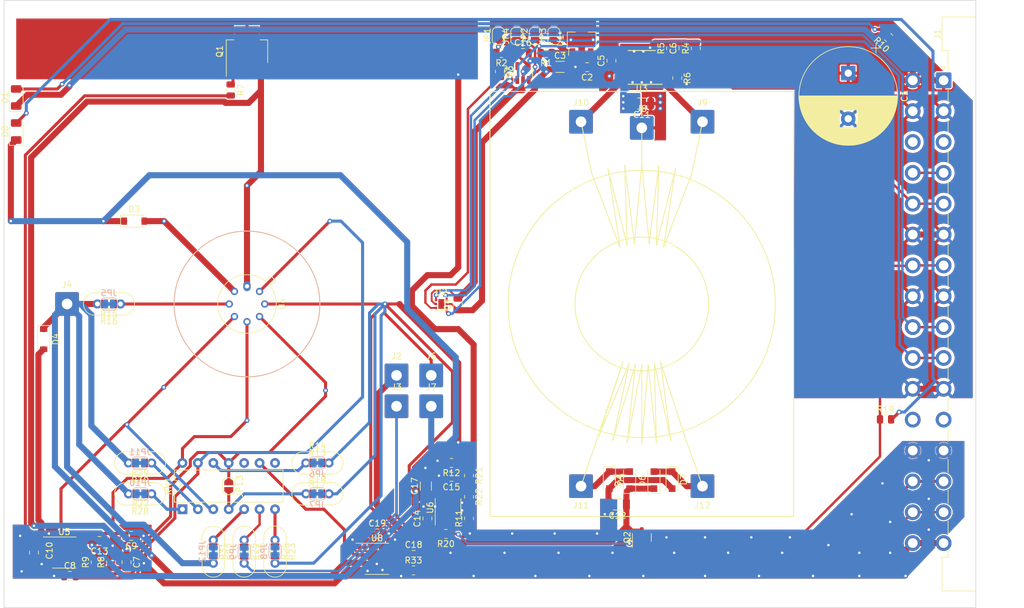
<source format=kicad_pcb>
(kicad_pcb (version 20211014) (generator pcbnew)
  (layers (0 "F.Cu" signal) (1 "In1.Cu" signal) (2 "In2.Cu" signal) (31 "B.Cu" signal) (34 "B.Paste" user) (35 "F.Paste" user) (36 "B.SilkS" user "B.Silkscreen") (37 "F.SilkS" user "F.Silkscreen") (38 "B.Mask" user) (39 "F.Mask" user) (44 "Edge.Cuts" user))
  (net 0 "")
  (net 2 "+12V")
  (net 3 "GND")
  (net 4 "+3V3")
  (net 5 "/DC-DC/sync")
  (net 6 "/DC-DC/SCL")
  (net 8 "/DC-DC/SDA")
  (net 16 "/ref/10Vforce")
  (net 17 "/ref/10Vsense")
  (net 18 "/ref/ADR_Pin8")
  (net 19 "/ref/ADR_Pin6")
  (net 20 "/ref/ADR_Pin7")
  (net 21 "/ref/ADR_Pin5")
  (net 22 "/ref/ADR_Pin4")
  (net 23 "/ref/ADR_Pin3")
  (net 24 "/fault")
  (net 25 "/DC-DC/status")
  (net 26 "/DC-DC/PG")
  (net 30 "/DC-DC/GNDf")
  (net 31 "/DC-DC/12Vf")
  (net 32 "/ref/ADR")
  (net 33 "/DC-DC/U3_Pin6")
  (net 34 "/ref/ADR_Pin1")
  (net 35 "/ref/R8_Pin1")
  (net 36 "/ref/U5_Pin1")
  (net 37 "/DC-DC/rectified+")
  (net 38 "/DC-DC/U6_Pin8")
  (net 39 "/DC-DC/pwr_LED")
  (net 40 "/DC-DC/xformer_A")
  (net 41 "/ref/ADR_Pin2")
  (net 42 "/DC-DC/xformer_B")
  (net 43 "/DC-DC/status_LED")
  (net 44 "/DC-DC/U3_Pin3")
  (net 45 "/DC-DC/U3_Pin14")
  (net 46 "/DC-DC/U2_Pin4")
  (net 47 "/ref/RN1_Pin12")
  (net 48 "/ref/RN1_Pin4")
  (net 49 "/ref/RN1_Pin7")
  (net 50 "/ref/RN1_Pin6")
  (net 51 "/ref/RN1_Pin2")
  (net 52 "/ref/RN1_Pin5")
  (net 53 "/ref/Q1_Pin1")
  (net 54 "/DC-DC/U2_Pin3")
  (net 55 "/DC-DC/U3_Pin7")
  (net 56 "/DC-DC/U3_Pin4")
  (net 57 "/ref/U5_Pin7")
  (net 58 "/ref/U5_Pin6")
  (net 59 "/DC-DC/U6_Pin6")
  (net 60 "/DC-DC/U6_Pin7")
  (net 61 "/ref/U8_Pin6")
  (net 62 "/ref/U8_Pin2")
  (net 63 "/ref/RN1_Pin1")
  (footprint "Resistor_SMD:R_0805_2012Metric" (layer "F.Cu") (at 151.892 58.674 180)
    (fp_text reference "R2")
    (fp_text value "5k")
  )
  (footprint "Resistor_SMD:R_0805_2012Metric" (layer "F.Cu") (at 215.646 56.134 135)
    (fp_text reference "R10")
    (fp_text value "5k")
  )
  (footprint "Resistor_SMD:R_0805_2012Metric" (layer "F.Cu") (at 107.315 64.77 -90)
    (fp_text reference "R7")
    (fp_text value "1k")
  )
  (footprint "LED_SMD:LED_1206_3216Metric" (layer "F.Cu") (at 72 71.6 90)
    (fp_text reference "D8")
    (fp_text value "LED")
  )
  (footprint "Resistor_SMD:R_0805_2012Metric" (layer "F.Cu") (at 146.558 128.27 -90)
    (fp_text reference "R21")
    (fp_text value "1.8M")
  )
  (footprint "Connector_Wire:SolderWire-1sqmm_1x01_D1.4mm_OD3.9mm" (layer "F.Cu") (at 185 130 180)
    (fp_text reference "J12")
    (fp_text value "Conn_01x01")
  )
  (footprint "MountingHole:MountingHole_4.3mm_M4" (layer "F.Cu") (at 157 118 180)
    (fp_text reference "H3" hide)
    (fp_text value "MountingHole")
  )
  (footprint "Connector_Wire:SolderWire-1sqmm_1x01_D1.4mm_OD3.9mm" (layer "F.Cu") (at 185 70)
    (fp_text reference "J9")
    (fp_text value "Conn_01x01")
  )
  (footprint "Capacitor_SMD:C_0805_2012Metric" (layer "F.Cu") (at 80.838 144.78)
    (fp_text reference "C8")
    (fp_text value "100n")
  )
  (footprint "Resistor_SMD:R_0805_2012Metric" (layer "F.Cu") (at 121.595 126.18)
    (fp_text reference "R13")
    (fp_text value "0")
  )
  (footprint "Resistor_SMD:R_0805_2012Metric" (layer "F.Cu") (at 137.4085 143.866)
    (fp_text reference "R33")
    (fp_text value "100R")
  )
  (footprint "Capacitor_SMD:C_0805_2012Metric" (layer "F.Cu") (at 155.448 58.674)
    (fp_text reference "C16")
    (fp_text value "100n")
  )
  (footprint "MountingHole:MountingHole_4.3mm_M4" (layer "F.Cu") (at 170 95 180)
    (fp_text reference "H6" hide)
    (fp_text value "MountingHole")
  )
  (footprint "Diode_SMD:D_SOD-123" (layer "F.Cu") (at 91.44 86.36)
    (fp_text reference "D3")
    (fp_text value "D")
  )
  (footprint "Resistor_SMD:R_0805_2012Metric" (layer "F.Cu") (at 159.258 58.674 180)
    (fp_text reference "R1")
    (fp_text value "5k")
  )
  (footprint "Connector_DIN:DIN41612_D_2x16_Male_Horizontal_THT" (layer "F.Cu") (at 224.7 60.63 -90)
    (fp_text reference "J1")
    (fp_text value "DIN41612_02x16_AC_EvenPins")
  )
  (footprint "Crystal:Crystal_HC52-U_Vertical" (layer "F.Cu") (at 119.695 126.18)
    (fp_text reference "R14")
    (fp_text value "0")
  )
  (footprint "Resistor_SMD:R_0805_2012Metric" (layer "F.Cu") (at 180.848 62.8 -90)
    (fp_text reference "R6")
    (fp_text value "16.9k")
  )
  (footprint "Package_SO:SOIC-8_3.9x4.9mm_P1.27mm" (layer "F.Cu") (at 131.401 141.961)
    (fp_text reference "U8")
    (fp_text value "ADA4523-1")
  )
  (footprint "Package_SON:WSON-6-1EP_2x2mm_P0.65mm_EP1x1.6mm" (layer "F.Cu") (at 142 100)
    (fp_text reference "U2")
    (fp_text value "TMP117")
  )
  (footprint "NetTie:NetTie-2_SMD_Pad0.5mm" (layer "F.Cu") (at 134.62 100 180)
    (fp_text reference "NT2" hide)
    (fp_text value "NetTie_2" hide)
  )
  (footprint "Crystal:Crystal_HC52-U_Vertical" (layer "F.Cu") (at 114.615 138.88 -90)
    (fp_text reference "R23")
    (fp_text value "0")
  )
  (footprint "Jumper:SolderJumper-2_P1.3mm_Open_RoundedPad1.0x1.5mm" (layer "F.Cu") (at 157.48 55.88 90)
    (fp_text reference "JP2")
    (fp_text value "Jumper_2_Open")
  )
  (footprint "MountingHole:MountingHole_4.3mm_M4" (layer "F.Cu") (at 170 105 180)
    (fp_text reference "H4" hide)
    (fp_text value "MountingHole")
  )
  (footprint "Resistor_SMD:R_0805_2012Metric" (layer "F.Cu") (at 114.615 140.7175 -90)
    (fp_text reference "R24")
    (fp_text value "0")
  )
  (footprint "Resistor_SMD:R_0805_2012Metric" (layer "F.Cu") (at 183.896 57.912 90)
    (fp_text reference "R4")
    (fp_text value "10k")
  )
  (footprint "Resistor_SMD:R_0805_2012Metric" (layer "F.Cu") (at 92.4575 131.26 180)
    (fp_text reference "R27")
    (fp_text value "0")
  )
  (footprint "Capacitor_SMD:C_1206_3216Metric" (layer "F.Cu") (at 161.544 60.96)
    (fp_text reference "C3")
    (fp_text value "22u")
  )
  (footprint "Resistor_SMD:R_0805_2012Metric" (layer "F.Cu") (at 109.535 140.78 -90)
    (fp_text reference "R25")
    (fp_text value "0")
  )
  (footprint "Capacitor_SMD:C_1206_3216Metric" (layer "F.Cu") (at 139.446 129.982 90)
    (fp_text reference "C17")
    (fp_text value "22u")
  )
  (footprint "Connector_Wire:SolderWire-1sqmm_1x01_D1.4mm_OD3.9mm" (layer "F.Cu") (at 140.335 111.76)
    (fp_text reference "J6")
    (fp_text value "LoSense")
  )
  (footprint "Package_TO_SOT_SMD:SOT-89-3" (layer "F.Cu") (at 165.1 56.896 90)
    (fp_text reference "U1")
    (fp_text value "L78L33_SOT89")
  )
  (footprint "Package_SO:MSOP-12-1EP_3x4mm_P0.65mm_EP1.65x2.85mm" (layer "F.Cu") (at 143.103 133.538 90)
    (fp_text reference "U6")
    (fp_text value "LT3045xMSE")
  )
  (footprint "Capacitor_SMD:C_0805_2012Metric" (layer "F.Cu") (at 74.93 140.9275 -90)
    (fp_text reference "C10")
    (fp_text value "100n")
  )
  (footprint "Crystal:Crystal_HC52-U_Vertical" (layer "F.Cu") (at 104.455 138.88 -90)
    (fp_text reference "R32")
    (fp_text value "0")
  )
  (footprint "Crystal:Crystal_HC52-U_Vertical" (layer "F.Cu") (at 94.295 131.26 180)
    (fp_text reference "R28")
    (fp_text value "0")
  )
  (footprint "Resistor_SMD:R_0805_2012Metric" (layer "F.Cu") (at 121.5795 131.26)
    (fp_text reference "R17")
    (fp_text value "0")
  )
  (footprint "Capacitor_SMD:C_0805_2012Metric" (layer "F.Cu") (at 144.716 100.076 90)
    (fp_text reference "C4")
    (fp_text value "100n")
  )
  (footprint "Capacitor_SMD:C_0805_2012Metric" (layer "F.Cu") (at 166 61.016 180)
    (fp_text reference "C2")
    (fp_text value "100n")
  )
  (footprint "Package_SO:SOIC-8_3.9x4.9mm_P1.27mm" (layer "F.Cu") (at 79.915 140.9275)
    (fp_text reference "U5")
    (fp_text value "Opamp_Dual")
  )
  (footprint "Resistor_SMD:R_0805_2012Metric" (layer "F.Cu") (at 146.558 135.316 90)
    (fp_text reference "R11")
    (fp_text value "1k")
  )
  (footprint "MountingHole:MountingHole_4.3mm_M4" (layer "F.Cu") (at 180 105 180)
    (fp_text reference "H2" hide)
    (fp_text value "MountingHole")
  )
  (footprint "Jumper:SolderJumper-2_P1.3mm_Open_RoundedPad1.0x1.5mm" (layer "F.Cu") (at 151.384 55.88 90)
    (fp_text reference "JP1")
    (fp_text value "Jumper_2_Open")
  )
  (footprint "Capacitor_THT:CP_Radial_D16.0mm_P7.50mm" (layer "F.Cu") (at 209 62 -90)
    (fp_text reference "C1")
    (fp_text value "1000u")
  )
  (footprint "Diode_SMD:D_SOD-123" (layer "F.Cu") (at 76.515 105.8 -90)
    (fp_text reference "D4")
    (fp_text value "D")
  )
  (footprint "Resistor_SMD:R_0805_2012Metric" (layer "F.Cu") (at 85.09 142.5175 90)
    (fp_text reference "R9")
    (fp_text value "10k")
  )
  (footprint "Crystal:Crystal_HC52-U_Vertical" (layer "F.Cu") (at 109.535 138.88 -90)
    (fp_text reference "R26")
    (fp_text value "0")
  )
  (footprint "MountingHole:MountingHole_4.3mm_M4" (layer "F.Cu") (at 193 118 180)
    (fp_text reference "H1" hide)
    (fp_text value "MountingHole")
  )
  (footprint "Connector_Wire:SolderWire-1sqmm_1x01_D1.4mm_OD3.9mm" (layer "F.Cu") (at 80.375 100)
    (fp_text reference "J4")
    (fp_text value "ADR")
  )
  (footprint "Package_TO_SOT_SMD:SOT-23-5" (layer "F.Cu") (at 155.448 61.976 90)
    (fp_text reference "U7")
    (fp_text value "24AA02-OT")
  )
  (footprint "Connector_Wire:SolderWire-1sqmm_1x01_D1.4mm_OD3.9mm" (layer "F.Cu") (at 134.62 111.76)
    (fp_text reference "J2")
    (fp_text value "10Vf")
  )
  (footprint "Diode_SMD:D_SOD-123F" (layer "F.Cu") (at 173 129 90)
    (fp_text reference "D2")
    (fp_text value "D_Schottky")
  )
  (footprint "Capacitor_SMD:C_0805_2012Metric" (layer "F.Cu") (at 143.6605 128.458 180)
    (fp_text reference "C15")
    (fp_text value "100n")
  )
  (footprint "Capacitor_SMD:C_0805_2012Metric" (layer "F.Cu") (at 139.7 135.316 90)
    (fp_text reference "C14")
    (fp_text value "100n")
  )
  (footprint "Resistor_SMD:R_0805_2012Metric" (layer "F.Cu") (at 143.6605 126.172 180)
    (fp_text reference "R12")
    (fp_text value "121k")
  )
  (footprint "Resistor_SMD:R_0805_2012Metric" (layer "F.Cu") (at 151.638 61.722 -90)
    (fp_text reference "R3")
    (fp_text value "5k")
  )
  (footprint "Resistor_SMD:R_0805_2012Metric" (layer "F.Cu") (at 142.748 137.856 180)
    (fp_text reference "R20")
    (fp_text value "200k")
  )
  (footprint "MountingHole:MountingHole_4.3mm_M4" (layer "F.Cu") (at 180 95 180)
    (fp_text reference "H8" hide)
    (fp_text value "MountingHole")
  )
  (footprint "Jumper:SolderJumper-2_P1.3mm_Open_RoundedPad1.0x1.5mm" (layer "F.Cu") (at 160.528 55.88 90)
    (fp_text reference "JP3")
    (fp_text value "Jumper_2_Open")
  )
  (footprint "Package_SO:TSSOP-16-1EP_4.4x5mm_P0.65mm" (layer "F.Cu") (at 175 61 180)
    (fp_text reference "U3")
    (fp_text value "LT3439")
  )
  (footprint "Capacitor_SMD:C_0805_2012Metric" (layer "F.Cu") (at 137.4375 141.326)
    (fp_text reference "C18")
    (fp_text value "100n")
  )
  (footprint "Resistor_SMD:R_0805_2012Metric" (layer "F.Cu") (at 87.63 142.5175 90)
    (fp_text reference "R8")
    (fp_text value "1M")
  )
  (footprint "Connector_Wire:SolderWire-1sqmm_1x01_D1.4mm_OD3.9mm" (layer "F.Cu") (at 134.62 116.84)
    (fp_text reference "J3")
    (fp_text value "10Vs")
  )
  (footprint "Package_TO_SOT_SMD:SOT-23" (layer "F.Cu") (at 175.006 138.43 90)
    (fp_text reference "Q2")
    (fp_text value "MMBT3904")
  )
  (footprint "Resistor_SMD:R_0805_2012Metric" (layer "F.Cu") (at 215.138 119)
    (fp_text reference "R19")
    (fp_text value "5k")
  )
  (footprint "Package_TO_SOT_THT:TO-5-8" (layer "F.Cu") (at 110 97.085 -90)
    (fp_text reference "U4")
    (fp_text value "ADR1000")
  )
  (footprint "Connector_Wire:SolderWire-1sqmm_1x01_D1.4mm_OD3.9mm" (layer "F.Cu") (at 175 71)
    (fp_text reference "J8")
    (fp_text value "Conn_01x01")
  )
  (footprint "Capacitor_SMD:C_0805_2012Metric" (layer "F.Cu") (at 131.445 137.795)
    (fp_text reference "C19")
    (fp_text value "100n")
  )
  (footprint "LED_SMD:LED_1206_3216Metric" (layer "F.Cu") (at 72 66 90)
    (fp_text reference "D1")
    (fp_text value "LED")
  )
  (footprint "Crystal:Crystal_HC52-U_Vertical" (layer "F.Cu") (at 89.175 100 180)
    (fp_text reference "R16")
    (fp_text value "0")
  )
  (footprint "Resistor_SMD:R_0805_2012Metric" (layer "F.Cu") (at 104.455 140.7175 -90)
    (fp_text reference "R31")
    (fp_text value "0")
  )
  (footprint "Resistor_SMD:R_0805_2012Metric" (layer "F.Cu") (at 87.275 100 180)
    (fp_text reference "R15")
    (fp_text value "0")
  )
  (footprint "Resistor_SMD:R_0805_2012Metric" (layer "F.Cu") (at 92.395 126.18 180)
    (fp_text reference "R29")
    (fp_text value "0")
  )
  (footprint "Package_DIP:DIP-14_W7.62mm" (layer "F.Cu") (at 99.375 133.8 90)
    (fp_text reference "RN1")
    (fp_text value "322146")
  )
  (footprint "Diode_SMD:D_SOD-123F" (layer "F.Cu") (at 180 129 -90)
    (fp_text reference "D7")
    (fp_text value "D_Schottky")
  )
  (footprint "Connector_Wire:SolderWire-1sqmm_1x01_D1.4mm_OD3.9mm" (layer "F.Cu") (at 165 130 180)
    (fp_text reference "J11")
    (fp_text value "Conn_01x01")
  )
  (footprint "Crystal:Crystal_HC52-U_Vertical" (layer "F.Cu") (at 94.295 126.18 180)
    (fp_text reference "R30")
    (fp_text value "0")
  )
  (footprint "Capacitor_SMD:C_1206_3216Metric" (layer "F.Cu") (at 175 67 180)
    (fp_text reference "C11")
    (fp_text value "22u")
  )
  (footprint "Connector_Wire:SolderWire-1sqmm_1x01_D1.4mm_OD3.9mm" (layer "F.Cu") (at 140.335 116.84)
    (fp_text reference "J7")
    (fp_text value "GNDf")
  )
  (footprint "Capacitor_SMD:C_0805_2012Metric" (layer "F.Cu") (at 85.725 139.0225 180)
    (fp_text reference "C13")
    (fp_text value "100n")
  )
  (footprint "Crystal:Crystal_HC52-U_Vertical" (layer "F.Cu") (at 119.695 131.26)
    (fp_text reference "R18")
    (fp_text value "0")
  )
  (footprint "Jumper:SolderJumper-2_P1.3mm_Open_RoundedPad1.0x1.5mm" (layer "F.Cu") (at 154.432 55.88 90)
    (fp_text reference "JP4")
    (fp_text value "Jumper_2_Open")
  )
  (footprint "Capacitor_SMD:C_0805_2012Metric" (layer "F.Cu") (at 170 59.944 90)
    (fp_text reference "C5")
    (fp_text value "100n")
  )
  (footprint "Diode_SMD:D_SOD-123F" (layer "F.Cu") (at 177 129 90)
    (fp_text reference "D6")
    (fp_text value "D_Schottky")
  )
  (footprint "Resistor_SMD:R_0805_2012Metric" (layer "F.Cu") (at 179.832 57.912 90)
    (fp_text reference "R5")
    (fp_text value "16.9k")
  )
  (footprint "Capacitor_SMD:C_0805_2012Metric" (layer "F.Cu") (at 90.17 142.5175 -90)
    (fp_text reference "C7")
    (fp_text value "100n")
  )
  (footprint "Capacitor_SMD:C_0805_2012Metric" (layer "F.Cu") (at 181.864 57.912 90)
    (fp_text reference "C6")
    (fp_text value "2.2n")
  )
  (footprint "Capacitor_SMD:C_0805_2012Metric" (layer "F.Cu") (at 90.932 138.176 180)
    (fp_text reference "C9")
    (fp_text value "100n")
  )
  (footprint "MountingHole:MountingHole_4.3mm_M4" (layer "F.Cu") (at 157 82 180)
    (fp_text reference "H5" hide)
    (fp_text value "MountingHole")
  )
  (footprint "MountingHole:MountingHole_4.3mm_M4" (layer "F.Cu") (at 193 82 180)
    (fp_text reference "H7" hide)
    (fp_text value "MountingHole")
  )
  (footprint "Diode_SMD:D_SOD-123F" (layer "F.Cu") (at 169.672 129 -90)
    (fp_text reference "D5")
    (fp_text value "D_Schottky")
  )
  (footprint "Package_TO_SOT_SMD:SOT-223-3_TabPin2" (layer "F.Cu") (at 110 58.42 90)
    (fp_text reference "Q1")
    (fp_text value "Q_NPN_BCE")
  )
  (footprint "Resistor_SMD:R_0805_2012Metric" (layer "F.Cu") (at 146.558 131.76 -90)
    (fp_text reference "R22")
    (fp_text value "49.9k")
  )
  (footprint "Capacitor_SMD:C_1206_3216Metric" (layer "F.Cu") (at 171 133 180)
    (fp_text reference "C12")
    (fp_text value "22u")
  )
  (footprint "Connector_Wire:SolderWire-1sqmm_1x01_D1.4mm_OD3.9mm" (layer "F.Cu") (at 165 70)
    (fp_text reference "J10")
    (fp_text value "Conn_01x01")
  )
  (footprint "Jumper:SolderJumper-2_P1.3mm_Open_RoundedPad1.0x1.5mm" (layer "F.Cu") (at 107 130 -90)
    (fp_text reference "JP13")
    (fp_text value "Jumper_2_Open")
  )
  (footprint "Jumper:SolderJumper-2_P1.3mm_Bridged_RoundedPad1.0x1.5mm" (layer "B.Cu") (at 92.4575 131.26 180)
    (fp_text reference "JP10")
    (fp_text value "Jumper_2_Bridged")
  )
  (footprint "Jumper:SolderJumper-2_P1.3mm_Bridged_RoundedPad1.0x1.5mm" (layer "B.Cu") (at 87.275 100 180)
    (fp_text reference "JP5")
    (fp_text value "Jumper_2_Bridged")
  )
  (footprint "Jumper:SolderJumper-2_P1.3mm_Bridged_RoundedPad1.0x1.5mm" (layer "B.Cu") (at 114.615 140.7175 -90)
    (fp_text reference "JP8")
    (fp_text value "Jumper_2_Bridged")
  )
  (footprint "Jumper:SolderJumper-2_P1.3mm_Bridged_RoundedPad1.0x1.5mm" (layer "B.Cu") (at 92.395 126.18 180)
    (fp_text reference "JP11")
    (fp_text value "Jumper_2_Bridged")
  )
  (footprint "Jumper:SolderJumper-2_P1.3mm_Bridged_RoundedPad1.0x1.5mm" (layer "B.Cu") (at 109.535 140.78 -90)
    (fp_text reference "JP9")
    (fp_text value "Jumper_2_Bridged")
  )
  (footprint "Jumper:SolderJumper-2_P1.3mm_Bridged_RoundedPad1.0x1.5mm" (layer "B.Cu") (at 121.5795 131.26)
    (fp_text reference "JP7")
    (fp_text value "Jumper_2_Bridged")
  )
  (footprint "Jumper:SolderJumper-2_P1.3mm_Bridged_RoundedPad1.0x1.5mm" (layer "B.Cu") (at 104.455 140.7175 -90)
    (fp_text reference "JP12")
    (fp_text value "Jumper_2_Bridged")
  )
  (footprint "Jumper:SolderJumper-2_P1.3mm_Bridged_RoundedPad1.0x1.5mm" (layer "B.Cu") (at 121.595 126.18)
    (fp_text reference "JP6")
    (fp_text value "Jumper_2_Bridged")
  )
  (gr_circle (center 110 100) (end 122 100) (layer "B.SilkS") (width 0.15) (fill none))
  (gr_line (start 171.90983 109.510565) (end 165 130) (layer "F.SilkS") (width 0.15))
  (gr_line (start 177.079117 109.781476) (end 177.404155 122.874004) (layer "F.SilkS") (width 0.15))
  (gr_line (start 172.920883 109.781476) (end 167.892609 121.8743) (layer "F.SilkS") (width 0.15))
  (gr_circle (center 110 100) (end 122 100) (layer "F.SilkS") (width 0.15) (fill none))
  (gr_line (start 178.583679 90.664196) (end 180.564204 77.683199) (layer "F.SilkS") (width 0.15))
  (gr_line (start 172.580781 90.297043) (end 172.197006 77.171438) (layer "F.SilkS") (width 0.15))
  (gr_line (start 172.920883 109.781476) (end 170.218031 122.497395) (layer "F.SilkS") (width 0.15))
  (gr_line (start 182.107391 121.8743) (end 185 130) (layer "F.SilkS") (width 0.15))
  (gr_line (start 173.954715 109.945219) (end 172.595845 122.874004) (layer "F.SilkS") (width 0.15))
  (gr_line (start 150 65) (end 200 65) (layer "F.SilkS") (width 0.15))
  (gr_line (start 171.90983 109.510565) (end 167.892609 121.8743) (layer "F.SilkS") (width 0.15))
  (gr_line (start 172.580781 90.297043) (end 169.435796 77.683199) (layer "F.SilkS") (width 0.15))
  (gr_line (start 178.09017 109.510565) (end 182.107391 121.8743) (layer "F.SilkS") (width 0.15))
  (gr_line (start 177.079117 109.781476) (end 179.781969 122.497395) (layer "F.SilkS") (width 0.15))
  (gr_line (start 166.757538 78.52765) (end 165 70) (layer "F.SilkS") (width 0.15))
  (gr_line (start 173.781307 90.074538) (end 172.197006 77.171438) (layer "F.SilkS") (width 0.15))
  (gr_line (start 176.218693 90.074538) (end 175 77) (layer "F.SilkS") (width 0.15))
  (gr_line (start 183.242462 78.52765) (end 185 70) (layer "F.SilkS") (width 0.15))
  (gr_line (start 177.419219 90.297043) (end 180.564204 77.683199) (layer "F.SilkS") (width 0.15))
  (gr_circle (center 175 100) (end 153 100) (layer "F.SilkS") (width 0.15) (fill none))
  (gr_line (start 178.09017 109.510565) (end 179.781969 122.497395) (layer "F.SilkS") (width 0.15))
  (gr_line (start 176.045285 109.945219) (end 175 123) (layer "F.SilkS") (width 0.15))
  (gr_line (start 171.416321 90.664196) (end 166.757538 78.52765) (layer "F.SilkS") (width 0.15))
  (gr_line (start 178.583679 90.664196) (end 183.242462 78.52765) (layer "F.SilkS") (width 0.15))
  (gr_line (start 200 135) (end 150 135) (layer "F.SilkS") (width 0.15))
  (gr_line (start 171.416321 90.664196) (end 169.435796 77.683199) (layer "F.SilkS") (width 0.15))
  (gr_line (start 177.419219 90.297043) (end 177.802994 77.171438) (layer "F.SilkS") (width 0.15))
  (gr_line (start 175 110) (end 175 123) (layer "F.SilkS") (width 0.15))
  (gr_line (start 173.954715 109.945219) (end 170.218031 122.497395) (layer "F.SilkS") (width 0.15))
  (gr_line (start 175 110) (end 172.595845 122.874004) (layer "F.SilkS") (width 0.15))
  (gr_line (start 150 135) (end 150 65) (layer "F.SilkS") (width 0.15))
  (gr_line (start 200 65) (end 200 135) (layer "F.SilkS") (width 0.15))
  (gr_line (start 175 77) (end 175 71) (layer "F.SilkS") (width 0.15))
  (gr_line (start 176.045285 109.945219) (end 177.404155 122.874004) (layer "F.SilkS") (width 0.15))
  (gr_line (start 173.781307 90.074538) (end 175 77) (layer "F.SilkS") (width 0.15))
  (gr_circle (center 175 100) (end 164 100) (layer "F.SilkS") (width 0.15) (fill none))
  (gr_line (start 176.218693 90.074538) (end 177.802994 77.171438) (layer "F.SilkS") (width 0.15))
  (gr_rect (start 230 50) (end 70 150) (layer "Edge.Cuts") (width 0.1) (fill none))
  (segment (start 166.6 60.666) (end 166.95 61.016) (width 1) (layer "F.Cu") (net 2))
  (segment (start 219.62 60.108) (end 219.62 63.17) (width 1) (layer "F.Cu") (net 2))
  (segment (start 219.62 63.17) (end 210.17 63.17) (width 1) (layer "F.Cu") (net 2))
  (segment (start 166.6 58.546) (end 166.6 60.666) (width 1) (layer "F.Cu") (net 2))
  (segment (start 216.0035 56.896) (end 216.0035 56.7455) (width 1) (layer "F.Cu") (net 2))
  (segment (start 170.431 61.325) (end 170 60.894) (width 0.4) (layer "F.Cu") (net 2))
  (segment (start 170 61) (end 166.966 61) (width 1) (layer "F.Cu") (net 2))
  (segment (start 216.291235 56.779235) (end 219.62 60.108) (width 1) (layer "F.Cu") (net 2))
  (segment (start 166.966 61) (end 166.95 61.016) (width 1) (layer "F.Cu") (net 2))
  (segment (start 224.7 63.17) (end 219.62 63.17) (width 1) (layer "F.Cu") (net 2))
  (segment (start 210.17 63.17) (end 209 62) (width 1) (layer "F.Cu") (net 2))
  (via (at 178.054 66.802) (size 0.8) (drill 0.4) (layers "F.Cu" "B.Cu") (net 2))
  (via (at 169.672 62.484) (size 0.8) (drill 0.4) (layers "F.Cu" "B.Cu") (net 2))
  (via (at 178.054 65.786) (size 0.8) (drill 0.4) (layers "F.Cu" "B.Cu") (net 2))
  (via (at 178.054 67.818) (size 0.8) (drill 0.4) (layers "F.Cu" "B.Cu") (net 2))
  (segment (start 73.85048 65.54952) (end 72 67.4) (width 1) (layer "F.Cu") (net 3))
  (segment (start 140.410489 98.241541) (end 140.85203 97.8) (width 0.3) (layer "F.Cu") (net 3))
  (segment (start 182.375 63.8) (end 182.2875 63.7125) (width 1) (layer "F.Cu") (net 3))
  (segment (start 155.375 57.404) (end 154.501 56.53) (width 0.4) (layer "F.Cu") (net 3))
  (segment (start 176.375 57.8) (end 177.1755 56.9995) (width 1) (layer "F.Cu") (net 3))
  (segment (start 170.381 59.375) (end 170 58.994) (width 0.4) (layer "F.Cu") (net 3))
  (segment (start 155.448 63.1135) (end 155.448 64.727) (width 0.4) (layer "F.Cu") (net 3))
  (segment (start 172.225 59.375) (end 170.381 59.375) (width 0.4) (layer "F.Cu") (net 3))
  (segment (start 147.500969 96.341031) (end 147.500969 71.550169) (width 1) (layer "F.Cu") (net 3))
  (segment (start 147.500969 71.550169) (end 154.251138 64.8) (width 1) (layer "F.Cu") (net 3))
  (segment (start 155.375 57.651) (end 156.398 58.674) (width 0.4) (layer "F.Cu") (net 3))
  (segment (start 143.39 97.8) (end 144.716 99.126) (width 0.3) (layer "F.Cu") (net 3))
  (segment (start 154.251138 64.8) (end 155.375 64.8) (width 1) (layer "F.Cu") (net 3))
  (segment (start 79.376088 65.54952) (end 73.85048 65.54952) (width 1) (layer "F.Cu") (net 3))
  (segment (start 155.448 64.727) (end 155.375 64.8) (width 0.4) (layer "F.Cu") (net 3))
  (segment (start 181.864 56.962) (end 179.8695 56.962) (width 1) (layer "F.Cu") (net 3))
  (segment (start 224.7 88.57) (end 219.62 88.57) (width 1) (layer "F.Cu") (net 3))
  (segment (start 140.85203 97.8) (end 143.39 97.8) (width 0.3) (layer "F.Cu") (net 3))
  (segment (start 224.7 113.97) (end 219.62 113.97) (width 1) (layer "F.Cu") (net 3))
  (segment (start 182.2875 63.7125) (end 180.848 63.7125) (width 1) (layer "F.Cu") (net 3))
  (segment (start 181.9015 56.9995) (end 181.864 56.962) (width 1) (layer "F.Cu") (net 3))
  (segment (start 183.896 56.9995) (end 181.9015 56.9995) (width 1) (layer "F.Cu") (net 3))
  (segment (start 141.1125 100) (end 140.935622 100) (width 0.3) (layer "F.Cu") (net 3))
  (segment (start 140.935622 100) (end 140.410489 99.474867) (width 0.3) (layer "F.Cu") (net 3))
  (segment (start 179.8695 56.962) (end 179.832 56.9995) (width 1) (layer "F.Cu") (net 3))
  (segment (start 144.716 99.126) (end 147.500969 96.341031) (width 1) (layer "F.Cu") (net 3))
  (segment (start 154.501 56.53) (end 154.432 56.53) (width 0.4) (layer "F.Cu") (net 3))
  (segment (start 155.375 57.404) (end 155.375 57.651) (width 0.4) (layer "F.Cu") (net 3))
  (segment (start 80.772 64.008) (end 80.772 64.153608) (width 1) (layer "F.Cu") (net 3))
  (segment (start 140.410489 99.474867) (end 140.410489 98.241541) (width 0.3) (layer "F.Cu") (net 3))
  (segment (start 80.772 64.153608) (end 79.376088 65.54952) (width 1) (layer "F.Cu") (net 3))
  (segment (start 177.1755 56.9995) (end 179.832 56.9995) (width 1) (layer "F.Cu") (net 3))
  (via (at 155.448 61.722) (size 0.8) (drill 0.4) (layers "F.Cu" "B.Cu") (net 3))
  (via (at 175.26 58.42) (size 0.8) (drill 0.4) (layers "F.Cu" "B.Cu") (net 3))
  (via (at 167.005 56.515) (size 0.8) (drill 0.4) (layers "F.Cu" "B.Cu") (net 3))
  (via (at 164.084 60.96) (size 0.8) (drill 0.4) (layers "F.Cu" "B.Cu") (net 3))
  (via (at 173.736 58.42) (size 0.8) (drill 0.4) (layers "F.Cu" "B.Cu") (net 3))
  (via (at 155.375 57.404) (size 0.8) (drill 0.4) (layers "F.Cu" "B.Cu") (net 3))
  (via (at 176.375 57.8) (size 0.8) (drill 0.4) (layers "F.Cu" "B.Cu") (net 3))
  (via (at 175.006 63.5) (size 0.8) (drill 0.4) (layers "F.Cu" "B.Cu") (net 3))
  (via (at 80.772 64.008) (size 0.8) (drill 0.4) (layers "F.Cu" "B.Cu") (net 3))
  (via (at 182.375 63.8) (size 0.8) (drill 0.4) (layers "F.Cu" "B.Cu") (net 3))
  (via (at 171.958 66.802) (size 0.8) (drill 0.4) (layers "F.Cu" "B.Cu") (net 3))
  (via (at 163.322 56.515) (size 0.8) (drill 0.4) (layers "F.Cu" "B.Cu") (net 3))
  (via (at 171.958 65.786) (size 0.8) (drill 0.4) (layers "F.Cu" "B.Cu") (net 3))
  (via (at 173.482 63.5) (size 0.8) (drill 0.4) (layers "F.Cu" "B.Cu") (net 3))
  (via (at 176.53 63.5) (size 0.8) (drill 0.4) (layers "F.Cu" "B.Cu") (net 3))
  (via (at 171.958 67.818) (size 0.8) (drill 0.4) (layers "F.Cu" "B.Cu") (net 3))
  (segment (start 221.619511 62.341774) (end 220.448226 61.170489) (width 1) (layer "B.Cu") (net 3))
  (segment (start 220.448226 61.170489) (end 218.144602 61.170489) (width 1) (layer "B.Cu") (net 3))
  (segment (start 218.144602 61.170489) (end 211.774113 54.8) (width 1) (layer "B.Cu") (net 3))
  (segment (start 219.62 68.25) (end 221.619511 66.250489) (width 1) (layer "B.Cu") (net 3))
  (segment (start 171.958 65.024) (end 173.482 63.5) (width 1) (layer "B.Cu") (net 3))
  (segment (start 211.774113 54.8) (end 89.98 54.8) (width 1) (layer "B.Cu") (net 3))
  (segment (start 171.958 65.786) (end 171.958 65.024) (width 1) (layer "B.Cu") (net 3))
  (segment (start 89.98 54.8) (end 80.772 64.008) (width 1) (layer "B.Cu") (net 3))
  (segment (start 221.619511 66.250489) (end 221.619511 62.341774) (width 1) (layer "B.Cu") (net 3))
  (segment (start 154.498 58.9385) (end 156.398 60.8385) (width 0.5) (layer "F.Cu") (net 4))
  (segment (start 148.700489 73.401511) (end 148.700489 99.474511) (width 1) (layer "F.Cu") (net 4))
  (segment (start 147.149 101.026) (end 144.716 101.026) (width 1) (layer "F.Cu") (net 4))
  (segment (start 162.483 58.546) (end 160.069 60.96) (width 1) (layer "F.Cu") (net 4))
  (segment (start 154.498 58.674) (end 152.8045 58.674) (width 0.5) (layer "F.Cu") (net 4))
  (segment (start 159.9165 58.674) (end 162.355 58.674) (width 1) (layer "F.Cu") (net 4))
  (segment (start 159.2825 61.7465) (end 160.069 60.96) (width 1) (layer "F.Cu") (net 4))
  (segment (start 142.8875 100) (end 143.69 100) (width 0.3) (layer "F.Cu") (net 4))
  (segment (start 148.700489 99.474511) (end 147.149 101.026) (width 1) (layer "F.Cu") (net 4))
  (segment (start 143.69 100) (end 144.716 101.026) (width 0.3) (layer "F.Cu") (net 4))
  (segment (start 162.355 58.674) (end 162.483 58.546) (width 1) (layer "F.Cu") (net 4))
  (segment (start 152.8045 59.643) (end 151.638 60.8095) (width 0.5) (layer "F.Cu") (net 4))
  (segment (start 160.528 56.53) (end 162.544 58.546) (width 1) (layer "F.Cu") (net 4))
  (segment (start 152.8045 58.674) (end 152.8045 59.643) (width 0.5) (layer "F.Cu") (net 4))
  (segment (start 163.6 58.546) (end 162.483 58.546) (width 1) (layer "F.Cu") (net 4))
  (segment (start 159.2825 61.7465) (end 157.39752 63.63148) (width 1) (layer "F.Cu") (net 4))
  (segment (start 157.39752 63.63148) (end 157.39752 64.70448) (width 1) (layer "F.Cu") (net 4))
  (segment (start 154.498 58.674) (end 154.498 58.9385) (width 0.5) (layer "F.Cu") (net 4))
  (segment (start 162.544 58.546) (end 163.6 58.546) (width 1) (layer "F.Cu") (net 4))
  (segment (start 157.39752 64.70448) (end 148.700489 73.401511) (width 1) (layer "F.Cu") (net 4))
  (via (at 159.2825 61.7465) (size 0.8) (drill 0.4) (layers "F.Cu" "B.Cu") (net 4))
  (via (at 156.6425 59.9985) (size 0.8) (drill 0.4) (layers "F.Cu" "B.Cu") (net 4))
  (segment (start 156.780511 59.860489) (end 157.897433 59.860489) (width 1) (layer "B.Cu") (net 4))
  (segment (start 156.6425 59.9985) (end 156.780511 59.860489) (width 1) (layer "B.Cu") (net 4))
  (segment (start 157.897433 59.860489) (end 158.541511 60.504567) (width 1) (layer "B.Cu") (net 4))
  (segment (start 158.541511 60.504567) (end 158.541511 61.005511) (width 1) (layer "B.Cu") (net 4))
  (segment (start 158.541511 61.005511) (end 159.2825 61.7465) (width 1) (layer "B.Cu") (net 4))
  (segment (start 183.896 58.8245) (end 184.3005 58.8245) (width 0.4) (layer "F.Cu") (net 5))
  (segment (start 184.3005 58.8245) (end 189.992 64.516) (width 0.4) (layer "F.Cu") (net 5))
  (segment (start 177.775 60.675) (end 182.0455 60.675) (width 0.4) (layer "F.Cu") (net 5))
  (segment (start 182.0455 60.675) (end 183.896 58.8245) (width 0.4) (layer "F.Cu") (net 5))
  (segment (start 200.646 64.516) (end 219.62 83.49) (width 0.4) (layer "F.Cu") (net 5))
  (segment (start 224.7 83.49) (end 219.62 83.49) (width 0.4) (layer "F.Cu") (net 5))
  (segment (start 189.992 64.516) (end 200.646 64.516) (width 0.4) (layer "F.Cu") (net 5))
  (segment (start 141.1125 98.5995) (end 141.1125 99.35) (width 0.3) (layer "F.Cu") (net 6))
  (segment (start 150.918961 61.72248) (end 152.40048 61.72248) (width 0.4) (layer "F.Cu") (net 6))
  (segment (start 151.384 56.53) (end 151.384 57.658) (width 0.4) (layer "F.Cu") (net 6))
  (segment (start 152.40048 61.72248) (end 153.289 62.611) (width 0.4) (layer "F.Cu") (net 6))
  (segment (start 153.289 62.611) (end 153.7915 63.1135) (width 0.4) (layer "F.Cu") (net 6))
  (segment (start 151.384 57.658) (end 151.384 58.674) (width 0.4) (layer "F.Cu") (net 6))
  (segment (start 150.375 59.683) (end 150.375 61.178519) (width 0.4) (layer "F.Cu") (net 6))
  (segment (start 141.16 98.552) (end 141.1125 98.5995) (width 0.4) (layer "F.Cu") (net 6))
  (segment (start 150.375 61.178519) (end 150.918961 61.72248) (width 0.4) (layer "F.Cu") (net 6))
  (segment (start 151.384 58.674) (end 150.375 59.683) (width 0.4) (layer "F.Cu") (net 6))
  (segment (start 153.7915 63.1135) (end 154.498 63.1135) (width 0.4) (layer "F.Cu") (net 6))
  (segment (start 224.7 103.81) (end 219.62 103.81) (width 0.4) (layer "F.Cu") (net 6))
  (via (at 153.289 62.611) (size 0.8) (drill 0.4) (layers "F.Cu" "B.Cu") (net 6))
  (via (at 151.384 57.658) (size 0.8) (drill 0.4) (layers "F.Cu" "B.Cu") (net 6))
  (via (at 141.16 98.552) (size 0.8) (drill 0.4) (layers "F.Cu" "B.Cu") (net 6))
  (segment (start 141.959511 97.752489) (end 145.946088 97.752489) (width 0.4) (layer "B.Cu") (net 6))
  (segment (start 153.326511 55.715489) (end 151.384 57.658) (width 0.4) (layer "B.Cu") (net 6))
  (segment (start 217.920489 99.433962) (end 217.920489 62.218489) (width 0.4) (layer "B.Cu") (net 6))
  (segment (start 211.417489 55.715489) (end 153.326511 55.715489) (width 0.4) (layer "B.Cu") (net 6))
  (segment (start 145.946088 97.752489) (end 146.875266 96.823311) (width 0.4) (layer "B.Cu") (net 6))
  (segment (start 146.875266 69.024734) (end 153.289 62.611) (width 0.4) (layer "B.Cu") (net 6))
  (segment (start 217.920489 62.218489) (end 211.417489 55.715489) (width 0.4) (layer "B.Cu") (net 6))
  (segment (start 217.970489 102.160489) (end 217.970489 99.483962) (width 0.4) (layer "B.Cu") (net 6))
  (segment (start 141.16 98.552) (end 141.959511 97.752489) (width 0.4) (layer "B.Cu") (net 6))
  (segment (start 217.970489 99.483962) (end 217.920489 99.433962) (width 0.4) (layer "B.Cu") (net 6))
  (segment (start 219.62 103.81) (end 217.970489 102.160489) (width 0.4) (layer "B.Cu") (net 6))
  (segment (start 146.875266 96.823311) (end 146.875266 69.024734) (width 0.4) (layer "B.Cu") (net 6))
  (segment (start 142.8875 99.35) (end 142.8875 98.7555) (width 0.3) (layer "F.Cu") (net 8))
  (segment (start 156.398 62.99326) (end 156.398 63.1135) (width 0.4) (layer "F.Cu") (net 8))
  (segment (start 158.0915 57.5545) (end 158.0915 57.1415) (width 0.4) (layer "F.Cu") (net 8))
  (segment (start 142.8875 98.7555) (end 142.684 98.552) (width 0.4) (layer "F.Cu") (net 8))
  (segment (start 158.0915 58.674) (end 158.0915 57.5545) (width 0.4) (layer "F.Cu") (net 8))
  (segment (start 158.0915 57.1415) (end 157.48 56.53) (width 0.4) (layer "F.Cu") (net 8))
  (segment (start 157.631749 61.759511) (end 156.398 62.99326) (width 0.4) (layer "F.Cu") (net 8))
  (segment (start 157.773169 61.759511) (end 157.631749 61.759511) (width 0.4) (layer "F.Cu") (net 8))
  (segment (start 158.3455 58.674) (end 158.3455 61.18718) (width 0.4) (layer "F.Cu") (net 8))
  (segment (start 158.3455 61.18718) (end 157.773169 61.759511) (width 0.4) (layer "F.Cu") (net 8))
  (segment (start 224.7 108.89) (end 219.62 108.89) (width 0.4) (layer "F.Cu") (net 8))
  (via (at 142.684 98.552) (size 0.8) (drill 0.4) (layers "F.Cu" "B.Cu") (net 8))
  (via (at 158.0915 57.5545) (size 0.8) (drill 0.4) (layers "F.Cu" "B.Cu") (net 8))
  (segment (start 217.320969 102.358819) (end 217.320969 62.466819) (width 0.4) (layer "B.Cu") (net 8))
  (segment (start 154.648489 60.707762) (end 157.801751 57.5545) (width 0.4) (layer "B.Cu") (net 8))
  (segment (start 219.62 108.89) (end 217.470969 106.740969) (width 0.4) (layer "B.Cu") (net 8))
  (segment (start 211.65415 56.8) (end 167.85068 56.8) (width 0.4) (layer "B.Cu") (net 8))
  (segment (start 167.85068 56.8) (end 167.09618 57.5545) (width 0.4) (layer "B.Cu") (net 8))
  (segment (start 167.09618 57.5545) (end 158.0915 57.5545) (width 0.4) (layer "B.Cu") (net 8))
  (segment (start 154.648489 62.581475) (end 154.648489 60.707762) (width 0.4) (layer "B.Cu") (net 8))
  (segment (start 217.470969 106.740969) (end 217.470969 102.508819) (width 0.4) (layer "B.Cu") (net 8))
  (segment (start 147.474786 69.755178) (end 154.648489 62.581475) (width 0.4) (layer "B.Cu") (net 8))
  (segment (start 142.684 98.552) (end 145.994427 98.552) (width 0.4) (layer "B.Cu") (net 8))
  (segment (start 217.470969 102.508819) (end 217.320969 102.358819) (width 0.4) (layer "B.Cu") (net 8))
  (segment (start 157.801751 57.5545) (end 158.0915 57.5545) (width 0.4) (layer "B.Cu") (net 8))
  (segment (start 217.320969 62.466819) (end 211.65415 56.8) (width 0.4) (layer "B.Cu") (net 8))
  (segment (start 145.994427 98.552) (end 147.474786 97.071641) (width 0.4) (layer "B.Cu") (net 8))
  (segment (start 147.474786 97.071641) (end 147.474786 69.755178) (width 0.4) (layer "B.Cu") (net 8))
  (segment (start 138.3875 140.146852) (end 131.375 133.134352) (width 1) (layer "F.Cu") (net 16))
  (segment (start 131.375 133.134352) (end 131.375 115.005) (width 1) (layer "F.Cu") (net 16))
  (segment (start 131.375 115.005) (end 134.62 111.76) (width 1) (layer "F.Cu") (net 16))
  (segment (start 219.62 139.37) (end 224.7 139.37) (width 1) (layer "F.Cu") (net 16))
  (segment (start 138.3875 141.326) (end 138.3875 140.146852) (width 1) (layer "F.Cu") (net 16))
  (segment (start 138.677001 143.509999) (end 138.321 143.866) (width 1) (layer "F.Cu") (net 16))
  (segment (start 138.3875 141.326) (end 138.3875 143.7995) (width 1) (layer "F.Cu") (net 16))
  (segment (start 138.3875 143.7995) (end 138.321 143.866) (width 1) (layer "F.Cu") (net 16))
  (segment (start 215.480001 143.509999) (end 138.677001 143.509999) (width 1) (layer "F.Cu") (net 16))
  (segment (start 219.62 139.37) (end 215.480001 143.509999) (width 1) (layer "F.Cu") (net 16))
  (segment (start 109.535 142.68) (end 109.535 141.6925) (width 0.4) (layer "F.Cu") (net 17))
  (segment (start 211.44097 142.46903) (end 142.12547 142.46903) (width 0.4) (layer "F.Cu") (net 17))
  (segment (start 219.62 134.29) (end 211.44097 142.46903) (width 0.4) (layer "F.Cu") (net 17))
  (segment (start 142.12547 142.46903) (end 134.62 134.96356) (width 0.4) (layer "F.Cu") (net 17))
  (segment (start 134.62 134.96356) (end 134.62 116.84) (width 0.4) (layer "F.Cu") (net 17))
  (segment (start 219.62 134.29) (end 224.7 134.29) (width 0.4) (layer "F.Cu") (net 17))
  (segment (start 134.62 134.40997) (end 134.62 116.84) (width 0.4) (layer "B.Cu") (net 17))
  (segment (start 109.535 142.68) (end 109.535 141.43) (width 0.4) (layer "B.Cu") (net 17))
  (segment (start 130.339511 138.690459) (end 134.62 134.40997) (width 0.4) (layer "B.Cu") (net 17))
  (segment (start 129.800459 139.229511) (end 129.871169 139.229511) (width 0.4) (layer "B.Cu") (net 17))
  (segment (start 109.535 142.68) (end 110.815 143.96) (width 0.4) (layer "B.Cu") (net 17))
  (segment (start 125.06997 143.96) (end 129.800459 139.229511) (width 0.4) (layer "B.Cu") (net 17))
  (segment (start 129.871169 139.229511) (end 130.339511 138.761169) (width 0.4) (layer "B.Cu") (net 17))
  (segment (start 130.339511 138.761169) (end 130.339511 138.690459) (width 0.4) (layer "B.Cu") (net 17))
  (segment (start 110.815 143.96) (end 125.06997 143.96) (width 0.4) (layer "B.Cu") (net 17))
  (segment (start 81.788 144.78) (end 81.788 143.4345) (width 0.5) (layer "F.Cu") (net 18))
  (segment (start 81.788 144.78) (end 82.124539 145.116539) (width 0.5) (layer "F.Cu") (net 18))
  (segment (start 112.064752 97.940248) (end 123.645 86.36) (width 0.5) (layer "F.Cu") (net 18))
  (segment (start 92.04404 144.297) (end 92.04404 141.35523) (width 0.5) (layer "F.Cu") (net 18))
  (segment (start 98.125489 131.744511) (end 101.915 127.955) (width 0.5) (layer "F.Cu") (net 18))
  (segment (start 91.224501 145.116539) (end 92.04404 144.297) (width 0.5) (layer "F.Cu") (net 18))
  (segment (start 81.788 143.4345) (end 82.39 142.8325) (width 0.5) (layer "F.Cu") (net 18))
  (segment (start 82.124539 145.116539) (end 91.224501 145.116539) (width 0.5) (layer "F.Cu") (net 18))
  (segment (start 92.04404 141.35523) (end 98.125489 135.273781) (width 0.5) (layer "F.Cu") (net 18))
  (segment (start 98.125489 135.273781) (end 98.125489 131.744511) (width 0.5) (layer "F.Cu") (net 18))
  (segment (start 101.915 127.955) (end 101.915 126.18) (width 0.5) (layer "F.Cu") (net 18))
  (via (at 123.645 86.36) (size 0.8) (drill 0.4) (layers "F.Cu" "B.Cu") (net 18))
  (segment (start 103.635 124.46) (end 101.915 126.18) (width 0.5) (layer "B.Cu") (net 18))
  (segment (start 129.032 89.916) (end 129.032 115.316) (width 0.5) (layer "B.Cu") (net 18))
  (segment (start 119.888 124.46) (end 103.635 124.46) (width 0.5) (layer "B.Cu") (net 18))
  (segment (start 125.476 86.36) (end 123.645 86.36) (width 0.5) (layer "B.Cu") (net 18))
  (segment (start 129.032 115.316) (end 119.888 124.46) (width 0.5) (layer "B.Cu") (net 18))
  (segment (start 129.032 89.916) (end 125.476 86.36) (width 0.5) (layer "B.Cu") (net 18))
  (segment (start 106.995 129.345) (end 107 129.35) (width 0.5) (layer "F.Cu") (net 19))
  (segment (start 100.665489 126.664511) (end 100.665489 125.662435) (width 0.5) (layer "F.Cu") (net 19))
  (segment (start 114.55 123.575) (end 113.665 124.46) (width 0.5) (layer "F.Cu") (net 19))
  (segment (start 97.425969 134.984031) (end 97.425969 129.904031) (width 0.5) (layer "F.Cu") (net 19))
  (segment (start 122.936 115.189) (end 114.55 123.575) (width 0.5) (layer "F.Cu") (net 19))
  (segment (start 112.064752 102.069752) (end 122.936 112.941) (width 0.5) (layer "F.Cu") (net 19))
  (segment (start 122.936 112.941) (end 122.936 114.239) (width 0.5) (layer "F.Cu") (net 19))
  (segment (start 113.665 124.46) (end 108.715 124.46) (width 0.5) (layer "F.Cu") (net 19))
  (segment (start 97.425969 129.904031) (end 100.665489 126.664511) (width 0.5) (layer "F.Cu") (net 19))
  (segment (start 90.93475 144.41702) (end 91.34452 144.00725) (width 0.5) (layer "F.Cu") (net 19))
  (segment (start 86.07702 144.41702) (end 90.93475 144.41702) (width 0.5) (layer "F.Cu") (net 19))
  (segment (start 108.715 124.46) (end 106.995 126.18) (width 0.5) (layer "F.Cu") (net 19))
  (segment (start 106.995 126.18) (end 106.995 129.345) (width 0.5) (layer "F.Cu") (net 19))
  (segment (start 105.275 124.46) (end 106.995 126.18) (width 0.5) (layer "F.Cu") (net 19))
  (segment (start 100.665489 125.662435) (end 101.867924 124.46) (width 0.5) (layer "F.Cu") (net 19))
  (segment (start 85.09 143.43) (end 86.07702 144.41702) (width 0.5) (layer "F.Cu") (net 19))
  (segment (start 101.867924 124.46) (end 105.275 124.46) (width 0.5) (layer "F.Cu") (net 19))
  (segment (start 91.34452 144.00725) (end 91.34452 141.06548) (width 0.5) (layer "F.Cu") (net 19))
  (segment (start 91.34452 141.06548) (end 97.425969 134.984031) (width 0.5) (layer "F.Cu") (net 19))
  (segment (start 122.936 114.239) (end 122.936 115.189) (width 0.5) (layer "F.Cu") (net 19))
  (via (at 122.936 114.239) (size 0.8) (drill 0.4) (layers "F.Cu" "B.Cu") (net 19))
  (segment (start 130.375 102.34) (end 132.715 100) (width 0.5) (layer "F.Cu") (net 20))
  (segment (start 137.375 131.605824) (end 136.71848 130.949304) (width 0.5) (layer "F.Cu") (net 20))
  (segment (start 198.47188 141.819511) (end 142.394511 141.819511) (width 0.5) (layer "F.Cu") (net 20))
  (segment (start 142.394511 141.819511) (end 137.375 136.8) (width 0.5) (layer "F.Cu") (net 20))
  (segment (start 136.71848 130.949304) (end 136.71848 126.606696) (width 0.5) (layer "F.Cu") (net 20))
  (segment (start 198.491391 141.8) (end 198.47188 141.819511) (width 0.5) (layer "F.Cu") (net 20))
  (segment (start 137.375 136.8) (end 137.375 131.605824) (width 0.5) (layer "F.Cu") (net 20))
  (segment (start 114.615 142.68) (end 114.615 141.63) (width 0.5) (layer "F.Cu") (net 20))
  (segment (start 140.335 109.22) (end 132.715 101.6) (width 0.5) (layer "F.Cu") (net 20))
  (segment (start 134.12 100) (end 132.715 100) (width 0.5) (layer "F.Cu") (net 20))
  (segment (start 207.03 141.8) (end 198.491391 141.8) (width 0.5) (layer "F.Cu") (net 20))
  (segment (start 140.335 111.76) (end 140.335 109.22) (width 0.5) (layer "F.Cu") (net 20))
  (segment (start 123.495 126.18) (end 122.5075 126.18) (width 0.5) (layer "F.Cu") (net 20))
  (segment (start 219.62 129.21) (end 207.03 141.8) (width 0.5) (layer "F.Cu") (net 20))
  (segment (start 136.4875 139.589676) (end 130.375 133.477176) (width 0.5) (layer "F.Cu") (net 20))
  (segment (start 130.375 133.477176) (end 130.375 102.34) (width 0.5) (layer "F.Cu") (net 20))
  (segment (start 136.4875 141.326) (end 136.4875 139.589676) (width 0.5) (layer "F.Cu") (net 20))
  (segment (start 136.71848 126.606696) (end 143.83048 119.494696) (width 0.5) (layer "F.Cu") (net 20))
  (segment (start 132.71 100.005) (end 112.92 100.005) (width 0.5) (layer "F.Cu") (net 20))
  (segment (start 143.83048 119.494696) (end 143.83048 111.11548) (width 0.5) (layer "F.Cu") (net 20))
  (segment (start 132.715 101.6) (end 132.715 100) (width 0.5) (layer "F.Cu") (net 20))
  (segment (start 219.62 129.21) (end 224.7 129.21) (width 0.5) (layer "F.Cu") (net 20))
  (segment (start 123.495 131.26) (end 122.492 131.26) (width 0.5) (layer "F.Cu") (net 20))
  (segment (start 143.83048 111.11548) (end 132.715 100) (width 0.5) (layer "F.Cu") (net 20))
  (via (at 132.715 100) (size 0.8) (drill 0.4) (layers "F.Cu" "B.Cu") (net 20))
  (segment (start 130.175 119.5) (end 130.175 101.473) (width 0.5) (layer "B.Cu") (net 20))
  (segment (start 123.495 126.18) (end 130.175 119.5) (width 0.5) (layer "B.Cu") (net 20))
  (segment (start 132.715 101.2825) (end 132.715 100) (width 0.5) (layer "B.Cu") (net 20))
  (segment (start 114.615 142.68) (end 114.615 141.3675) (width 0.5) (layer "B.Cu") (net 20))
  (segment (start 124.775 131.26) (end 131.064 124.971) (width 0.5) (layer "B.Cu") (net 20))
  (segment (start 123.495 126.18) (end 122.245 126.18) (width 0.5) (layer "B.Cu") (net 20))
  (segment (start 131.064 101.651) (end 132.715 100) (width 0.5) (layer "B.Cu") (net 20))
  (segment (start 130.175 101.473) (end 131.648 100) (width 0.5) (layer "B.Cu") (net 20))
  (segment (start 123.495 131.26) (end 122.2295 131.26) (width 0.5) (layer "B.Cu") (net 20))
  (segment (start 114.615 142.68) (end 120.975 142.68) (width 0.5) (layer "B.Cu") (net 20))
  (segment (start 131.648 100) (end 132.715 100) (width 0.5) (layer "B.Cu") (net 20))
  (segment (start 123.495 131.26) (end 124.775 131.26) (width 0.5) (layer "B.Cu") (net 20))
  (segment (start 131.064 124.971) (end 131.064 101.651) (width 0.5) (layer "B.Cu") (net 20))
  (segment (start 132.08 131.575) (end 132.08 101.9175) (width 0.5) (layer "B.Cu") (net 20))
  (segment (start 132.08 101.9175) (end 132.715 101.2825) (width 0.5) (layer "B.Cu") (net 20))
  (segment (start 120.975 142.68) (end 132.08 131.575) (width 0.5) (layer "B.Cu") (net 20))
  (segment (start 99.375 123.8) (end 99.375 126.18) (width 0.5) (layer "F.Cu") (net 21))
  (segment (start 87.945 131.051817) (end 90.276817 128.72) (width 0.5) (layer "F.Cu") (net 21))
  (segment (start 80.96548 139.33702) (end 80.96548 138.06702) (width 0.5) (layer "F.Cu") (net 21))
  (segment (start 77.44 141.5625) (end 78.74 141.5625) (width 0.5) (layer "F.Cu") (net 21))
  (segment (start 110 119.175) (end 107.33548 121.83952) (width 0.5) (layer "F.Cu") (net 21))
  (segment (start 101.33548 121.83952) (end 99.375 123.8) (width 0.5) (layer "F.Cu") (net 21))
  (segment (start 89.601 137.795) (end 89.982 138.176) (width 0.5) (layer "F.Cu") (net 21))
  (segment (start 81.2375 137.795) (end 89.601 137.795) (width 0.5) (layer "F.Cu") (net 21))
  (segment (start 110 102.925) (end 110 119.175) (width 0.5) (layer "F.Cu") (net 21))
  (segment (start 90.276817 128.72) (end 96.835 128.72) (width 0.5) (layer "F.Cu") (net 21))
  (segment (start 87.945 136.139) (end 87.945 131.051817) (width 0.5) (layer "F.Cu") (net 21))
  (segment (start 78.74 141.5625) (end 80.96548 139.33702) (width 0.5) (layer "F.Cu") (net 21))
  (segment (start 96.835 128.72) (end 99.375 126.18) (width 0.5) (layer "F.Cu") (net 21))
  (segment (start 89.982 138.176) (end 87.945 136.139) (width 0.5) (layer "F.Cu") (net 21))
  (segment (start 107.33548 121.83952) (end 101.33548 121.83952) (width 0.5) (layer "F.Cu") (net 21))
  (segment (start 80.96548 138.06702) (end 81.2375 137.795) (width 0.5) (layer "F.Cu") (net 21))
  (via (at 110 119.175) (size 0.8) (drill 0.4) (layers "F.Cu" "B.Cu") (net 21))
  (segment (start 77.992849 140.2925) (end 77.44 140.2925) (width 0.5) (layer "F.Cu") (net 22))
  (segment (start 74.93 141.8775) (end 76.515 140.2925) (width 0.5) (layer "F.Cu") (net 22))
  (segment (start 90.2405 119.848991) (end 90.2405 119.7645) (width 0.5) (layer "F.Cu") (net 22))
  (segment (start 79.375 130.429) (end 79.375 138.910349) (width 0.5) (layer "F.Cu") (net 22))
  (segment (start 76.515 140.2925) (end 77.44 140.2925) (width 0.5) (layer "F.Cu") (net 22))
  (segment (start 89.955009 119.848991) (end 79.375 130.429) (width 0.5) (layer "F.Cu") (net 22))
  (segment (start 96.29 113.715) (end 107.935248 102.069752) (width 0.5) (layer "F.Cu") (net 22))
  (segment (start 90.2405 119.7645) (end 96.29 113.715) (width 0.5) (layer "F.Cu") (net 22))
  (segment (start 90.2405 119.848991) (end 89.955009 119.848991) (width 0.5) (layer "F.Cu") (net 22))
  (segment (start 79.375 138.910349) (end 77.992849 140.2925) (width 0.5) (layer "F.Cu") (net 22))
  (via (at 90.2405 119.848991) (size 0.8) (drill 0.4) (layers "F.Cu" "B.Cu") (net 22))
  (via (at 96.29 113.715) (size 0.8) (drill 0.4) (layers "F.Cu" "B.Cu") (net 22))
  (segment (start 90.2405 120.0855) (end 103.955 133.8) (width 0.5) (layer "B.Cu") (net 22))
  (segment (start 90.2405 119.848991) (end 90.2405 120.0855) (width 0.5) (layer "B.Cu") (net 22))
  (segment (start 103.955 133.8) (end 104.455 133.8) (width 0.5) (layer "B.Cu") (net 22))
  (segment (start 107.08 100.005) (end 89.18 100.005) (width 0.5) (layer "F.Cu") (net 23))
  (segment (start 89.18 100.005) (end 89.175 100) (width 0.5) (layer "F.Cu") (net 23))
  (segment (start 89.175 100) (end 88.1875 100) (width 0.5) (layer "F.Cu") (net 23))
  (segment (start 89.175 100) (end 87.925 100) (width 0.5) (layer "B.Cu") (net 23))
  (segment (start 224.7 78.41) (end 219.62 78.41) (width 0.4) (layer "F.Cu") (net 24))
  (segment (start 219.62 93.65) (end 224.7 93.65) (width 0.4) (layer "F.Cu") (net 25))
  (segment (start 199.9765 139.3675) (end 214.2255 125.1185) (width 0.4) (layer "F.Cu") (net 25))
  (segment (start 216.0505 93.726) (end 219.544 93.726) (width 0.4) (layer "F.Cu") (net 25))
  (segment (start 219.544 93.726) (end 219.62 93.65) (width 0.4) (layer "F.Cu") (net 25))
  (segment (start 214.2725 95.504) (end 216.0505 93.726) (width 0.4) (layer "F.Cu") (net 25))
  (segment (start 214.2255 125.1185) (end 214.2255 95.504) (width 0.4) (layer "F.Cu") (net 25))
  (segment (start 175.956 139.3675) (end 199.9765 139.3675) (width 0.4) (layer "F.Cu") (net 25))
  (segment (start 214.2255 95.504) (end 214.2725 95.504) (width 0.4) (layer "F.Cu") (net 25))
  (segment (start 144.714 137.856) (end 144.78 137.922) (width 0.4) (layer "F.Cu") (net 26))
  (segment (start 144.078 137.4385) (end 143.6605 137.856) (width 0.4) (layer "F.Cu") (net 26))
  (segment (start 172.974 139.446) (end 173.9775 139.446) (width 0.4) (layer "F.Cu") (net 26))
  (segment (start 143.6605 137.856) (end 144.714 137.856) (width 0.4) (layer "F.Cu") (net 26))
  (segment (start 173.9775 139.446) (end 174.056 139.3675) (width 0.4) (layer "F.Cu") (net 26))
  (segment (start 144.078 135.688) (end 144.078 137.4385) (width 0.4) (layer "F.Cu") (net 26))
  (via (at 144.78 137.922) (size 0.8) (drill 0.4) (layers "F.Cu" "B.Cu") (net 26))
  (via (at 172.974 139.446) (size 0.8) (drill 0.4) (layers "F.Cu" "B.Cu") (net 26))
  (segment (start 146.304 139.446) (end 172.974 139.446) (width 0.4) (layer "B.Cu") (net 26))
  (segment (start 144.78 137.922) (end 146.304 139.446) (width 0.4) (layer "B.Cu") (net 26))
  (segment (start 71.12 73.88) (end 72 73) (width 1) (layer "F.Cu") (net 30))
  (segment (start 128.926 143.866) (end 126.565378 143.866) (width 1) (layer "F.Cu") (net 30))
  (segment (start 77.44 142.8325) (end 76.20002 142.8325) (width 1) (layer "F.Cu") (net 30))
  (segment (start 144.78 109.728) (end 135.12 100.068) (width 1) (layer "F.Cu") (net 30))
  (segment (start 124.431858 145.99952) (end 96.33452 145.99952) (width 1) (layer "F.Cu") (net 30))
  (segment (start 169.672 130.4) (end 171.072 129) (width 1) (layer "F.Cu") (net 30))
  (segment (start 135.12 100.068) (end 135.12 100) (width 1) (layer "F.Cu") (net 30))
  (segment (start 71.12 86.36) (end 71.12 73.88) (width 1) (layer "F.Cu") (net 30))
  (segment (start 144.78 122.8) (end 144.78 109.728) (width 1) (layer "F.Cu") (net 30))
  (segment (start 89.79 86.36) (end 86.36 86.36) (width 1) (layer "F.Cu") (net 30))
  (segment (start 96.33452 145.99952) (end 93.025 142.69) (width 1) (layer "F.Cu") (net 30))
  (segment (start 171.072 129) (end 178.6 129) (width 1) (layer "F.Cu") (net 30))
  (segment (start 178.6 129) (end 180 130.4) (width 1) (layer "F.Cu") (net 30))
  (segment (start 142.7105 126.2095) (end 142.748 126.172) (width 1) (layer "F.Cu") (net 30))
  (segment (start 169.525 130.547) (end 169.672 130.4) (width 1) (layer "F.Cu") (net 30))
  (segment (start 126.565378 143.866) (end 124.431858 145.99952) (width 1) (layer "F.Cu") (net 30))
  (segment (start 76.20002 142.8325) (end 76.2 142.83252) (width 1) (layer "F.Cu") (net 30))
  (segment (start 169.525 133) (end 169.525 130.547) (width 1) (layer "F.Cu") (net 30))
  (via (at 127.375 138.8) (size 0.8) (drill 0.4) (layers "F.Cu" "B.Cu") (net 30))
  (via (at 185.42 138.43) (size 0.8) (drill 0.4) (layers "F.Cu" "B.Cu") (net 30))
  (via (at 78.232 144.78) (size 0.8) (drill 0.4) (layers "F.Cu" "B.Cu") (net 30))
  (via (at 203.2 144.78) (size 0.8) (drill 0.4) (layers "F.Cu" "B.Cu") (net 30))
  (via (at 141.605 128.27) (size 0.8) (drill 0.4) (layers "F.Cu" "B.Cu") (net 30))
  (via (at 161.29 140.97) (size 0.8) (drill 0.4) (layers "F.Cu" "B.Cu") (net 30))
  (via (at 77.375 137.8) (size 0.8) (drill 0.4) (layers "F.Cu" "B.Cu") (net 30))
  (via (at 175.26 144.78) (size 0.8) (drill 0.4) (layers "F.Cu" "B.Cu") (net 30))
  (via (at 129.855 143.96) (size 0.8) (drill 0.4) (layers "F.Cu" "B.Cu") (net 30))
  (via (at 205.74 139.7) (size 0.8) (drill 0.4) (layers "F.Cu" "B.Cu") (net 30))
  (via (at 168.91 134.62) (size 0.8) (drill 0.4) (layers "F.Cu" "B.Cu") (net 30))
  (via (at 157.48 144.78) (size 0.8) (drill 0.4) (layers "F.Cu" "B.Cu") (net 30))
  (via (at 93.025 142.69) (size 0.8) (drill 0.4) (layers "F.Cu" "B.Cu") (net 30))
  (via (at 209.55 134.62) (size 0.8) (drill 0.4) (layers "F.Cu" "B.Cu") (net 30))
  (via (at 143.51 140.97) (size 0.8) (drill 0.4) (layers "F.Cu" "B.Cu") (net 30))
  (via (at 76.2 142.83252) (size 0.8) (drill 0.4) (layers "F.Cu" "B.Cu") (net 30))
  (via (at 194.31 144.78) (size 0.8) (drill 0.4) (layers "F.Cu" "B.Cu") (net 30))
  (via (at 198.12 140.97) (size 0.8) (drill 0.4) (layers "F.Cu" "B.Cu") (net 30))
  (via (at 132.3015 143.8) (size 0.8) (drill 0.4) (layers "F.Cu" "B.Cu") (net 30))
  (via (at 180.34 140.97) (size 0.8) (drill 0.4) (layers "F.Cu" "B.Cu") (net 30))
  (via (at 193.04 138.43) (size 0.8) (drill 0.4) (layers "F.Cu" "B.Cu") (net 30))
  (via (at 145.415 133.985) (size 0.8) (drill 0.4) (layers "F.Cu" "B.Cu") (net 30))
  (via (at 222.25 132.08) (size 0.8) (drill 0.4) (layers "F.Cu" "B.Cu") (net 30))
  (via (at 87.884 139.8) (size 0.8) (drill 0.4) (layers "F.Cu" "B.Cu") (net 30))
  (via (at 185.42 144.78) (size 0.8) (drill 0.4) (layers "F.Cu" "B.Cu") (net 30))
  (via (at 170.18 134.62) (size 0.8) (drill 0.4) (layers "F.Cu" "B.Cu") (net 30))
  (via (at 139.375 127) (size 0.8) (drill 0.4) (layers "F.Cu" "B.Cu") (net 30))
  (via (at 131.375 142.8) (size 0.8) (drill 0.4) (layers "F.Cu" "B.Cu") (net 30))
  (via (at 135.375 144.8) (size 0.8) (drill 0.4) (layers "F.Cu" "B.Cu") (net 30))
  (via (at 167.64 137.795) (size 0.8) (drill 0.4) (layers "F.Cu" "B.Cu") (net 30))
  (via (at 134.375 138.8) (size 0.8) (drill 0.4) (layers "F.Cu" "B.Cu") (net 30))
  (via (at 210.82 144.78) (size 0.8) (drill 0.4) (layers "F.Cu" "B.Cu") (net 30))
  (via (at 141.375 125.8135) (size 0.8) (drill 0.4) (layers "F.Cu" "B.Cu") (net 30))
  (via (at 215.9 140.97) (size 0.8) (drill 0.4) (layers "F.Cu" "B.Cu") (net 30))
  (via (at 189.23 140.97) (size 0.8) (drill 0.4) (layers "F.Cu" "B.Cu") (net 30))
  (via (at 71.12 86.36) (size 0.8) (drill 0.4) (layers "F.Cu" "B.Cu") (net 30))
  (via (at 146.685 137.795) (size 0.8) (drill 0.4) (layers "F.Cu" "B.Cu") (net 30))
  (via (at 130.375 135.8) (size 0.6) (drill 0.3) (layers "F.Cu" "B.Cu") (net 30))
  (via (at 222.25 125.73) (size 0.8) (drill 0.4) (layers "F.Cu" "B.Cu") (net 30))
  (via (at 160.655 137.795) (size 0.8) (drill 0.4) (layers "F.Cu" "B.Cu") (net 30))
  (via (at 147.32 144.78) (size 0.8) (drill 0.4) (layers "F.Cu" "B.Cu") (net 30))
  (via (at 214.63 129.54) (size 0.8) (drill 0.4) (layers "F.Cu" "B.Cu") (net 30))
  (via (at 140.97 133.35) (size 0.8) (drill 0.4) (layers "F.Cu" "B.Cu") (net 30))
  (via (at 222.25 137.16) (size 0.8) (drill 0.4) (layers "F.Cu" "B.Cu") (net 30))
  (via (at 199.39 138.43) (size 0.8) (drill 0.4) (layers "F.Cu" "B.Cu") (net 30))
  (via (at 72.644 138.176) (size 0.8) (drill 0.4) (layers "F.Cu" "B.Cu") (net 30))
  (via (at 144.78 122.8) (size 0.8) (drill 0.4) (layers "F.Cu" "B.Cu") (net 30))
  (via (at 152.4 140.97) (size 0.8) (drill 0.4) (layers "F.Cu" "B.Cu") (net 30))
  (via (at 139.065 133.35) (size 0.8) (drill 0.4) (layers "F.Cu" "B.Cu") (net 30))
  (via (at 92.964 138.176) (size 0.8) (drill 0.4) (layers "F.Cu" "B.Cu") (net 30))
  (via (at 210.82 140.97) (size 0.8) (drill 0.4) (layers "F.Cu" "B.Cu") (net 30))
  (via (at 86.36 86.36) (size 0.8) (drill 0.4) (layers "F.Cu" "B.Cu") (net 30))
  (via (at 72.898 144.018) (size 0.8) (drill 0.4) (layers "F.Cu" "B.Cu") (net 30))
  (via (at 179.07 138.43) (size 0.8) (drill 0.4) (layers "F.Cu" "B.Cu") (net 30))
  (via (at 153.67 137.795) (size 0.8) (drill 0.4) (layers "F.Cu" "B.Cu") (net 30))
  (via (at 170.18 140.97) (size 0.8) (drill 0.4) (layers "F.Cu" "B.Cu") (net 30))
  (via (at 215.9 135.89) (size 0.8) (drill 0.4) (layers "F.Cu" "B.Cu") (net 30))
  (via (at 145.415 132.715) (size 0.8) (drill 0.4) (layers "F.Cu" "B.Cu") (net 30))
  (via (at 166.37 144.78) (size 0.8) (drill 0.4) (layers "F.Cu" "B.Cu") (net 30))
  (via (at 218.44 144.78) (size 0.8) (drill 0.4) (layers "F.Cu" "B.Cu") (net 30))
  (segment (start 144.375 121.8) (end 144.375 108.8) (width 1) (layer "B.Cu") (net 30))
  (segment (start 136.375 89.8) (end 125.375 78.8) (width 1) (layer "B.Cu") (net 30))
  (segment (start 144.375 108.8) (end 136.375 100.8) (width 1) (layer "B.Cu") (net 30))
  (segment (start 141.375 125.8135) (end 140.335 124.7735) (width 1) (layer "B.Cu") (net 30))
  (segment (start 125.375 78.8) (end 93.92 78.8) (width 1) (layer "B.Cu") (net 30))
  (segment (start 143.375 122.8) (end 144.375 121.8) (width 1) (layer "B.Cu") (net 30))
  (segment (start 86.36 86.36) (end 71.12 86.36) (width 1) (layer "B.Cu") (net 30))
  (segment (start 141.375 125.8135) (end 143.375 123.8135) (width 1) (layer "B.Cu") (net 30))
  (segment (start 140.335 124.7735) (end 140.335 116.84) (width 1) (layer "B.Cu") (net 30))
  (segment (start 136.375 100.8) (end 136.375 89.8) (width 1) (layer "B.Cu") (net 30))
  (segment (start 93.92 78.8) (end 86.36 86.36) (width 1) (layer "B.Cu") (net 30))
  (segment (start 143.375 123.8135) (end 143.375 122.8) (width 1) (layer "B.Cu") (net 30))
  (segment (start 137.668 127) (end 137.668 130.556) (width 1) (layer "F.Cu") (net 31))
  (segment (start 137.668 130.556) (end 138.569 131.457) (width 1) (layer "F.Cu") (net 31))
  (segment (start 132.351489 140.707891) (end 132.20148 140.557882) (width 1) (layer "F.Cu") (net 31))
  (segment (start 82.39 139.0225) (end 84.775 139.0225) (width 1) (layer "F.Cu") (net 31))
  (segment (start 144.78 93.98) (end 144.78 62.23) (width 1) (layer "F.Cu") (net 31))
  (segment (start 132.20148 140.557882) (end 132.20148 137.98852) (width 1) (layer "F.Cu") (net 31))
  (segment (start 84.775 139.38) (end 84.455 139.7) (width 1) (layer "F.Cu") (net 31))
  (segment (start 146.558 127.3575) (end 147.32 126.5955) (width 1) (layer "F.Cu") (net 31))
  (segment (start 137.16 100.33) (end 137.16 97.79) (width 1) (layer "F.Cu") (net 31))
  (segment (start 132.771978 141.326) (end 132.351489 140.905511) (width 1) (layer "F.Cu") (net 31))
  (segment (start 146.558 127.3575) (end 146.558 125.984) (width 1) (layer "F.Cu") (net 31))
  (segment (start 147.32 126.5955) (end 147.32 106.68) (width 1) (layer "F.Cu") (net 31))
  (segment (start 132.395 137.795) (end 133.35 137.795) (width 1) (layer "F.Cu") (net 31))
  (segment (start 132.351489 140.905511) (end 132.351489 140.707891) (width 1) (layer "F.Cu") (net 31))
  (segment (start 144.78 104.14) (end 140.97 104.14) (width 1) (layer "F.Cu") (net 31))
  (segment (start 139.7 95.25) (end 143.51 95.25) (width 1) (layer "F.Cu") (net 31))
  (segment (start 132.20148 137.98852) (end 132.395 137.795) (width 1) (layer "F.Cu") (net 31))
  (segment (start 145.288 124.714) (end 139.954 124.714) (width 1) (layer "F.Cu") (net 31))
  (segment (start 138.569 131.457) (end 139.446 131.457) (width 1) (layer "F.Cu") (net 31))
  (segment (start 140.97 104.14) (end 137.16 100.33) (width 1) (layer "F.Cu") (net 31))
  (segment (start 139.954 124.714) (end 137.668 127) (width 1) (layer "F.Cu") (net 31))
  (segment (start 133.876 141.326) (end 132.771978 141.326) (width 1) (layer "F.Cu") (net 31))
  (segment (start 143.51 95.25) (end 144.78 93.98) (width 1) (layer "F.Cu") (net 31))
  (segment (start 137.16 97.79) (end 139.7 95.25) (width 1) (layer "F.Cu") (net 31))
  (segment (start 147.32 106.68) (end 144.78 104.14) (width 1) (layer "F.Cu") (net 31))
  (segment (start 84.775 139.0225) (end 84.775 139.38) (width 1) (layer "F.Cu") (net 31))
  (segment (start 146.558 125.984) (end 145.288 124.714) (width 1) (layer "F.Cu") (net 31))
  (via (at 137.795 130.81) (size 0.8) (drill 0.4) (layers "F.Cu" "B.Cu") (net 31))
  (via (at 144.78 62.23) (size 0.8) (drill 0.4) (layers "F.Cu" "B.Cu") (net 31))
  (via (at 84.455 139.7) (size 0.8) (drill 0.4) (layers "F.Cu" "B.Cu") (net 31))
  (via (at 133.35 137.795) (size 0.8) (drill 0.4) (layers "F.Cu" "B.Cu") (net 31))
  (segment (start 89.555 144.8) (end 84.455 139.7) (width 1) (layer "B.Cu") (net 31))
  (segment (start 110.382887 144.8) (end 89.555 144.8) (width 1) (layer "B.Cu") (net 31))
  (segment (start 110.442407 144.85952) (end 110.382887 144.8) (width 1) (layer "B.Cu") (net 31))
  (segment (start 133.35 137.795) (end 137.795 133.35) (width 1) (layer "B.Cu") (net 31))
  (segment (start 126.30048 144.85952) (end 110.442407 144.85952) (width 1) (layer "B.Cu") (net 31))
  (segment (start 133.35 137.81) (end 126.30048 144.85952) (width 1) (layer "B.Cu") (net 31))
  (segment (start 133.35 137.795) (end 133.35 137.81) (width 1) (layer "B.Cu") (net 31))
  (segment (start 137.795 133.35) (end 137.795 130.81) (width 1) (layer "B.Cu") (net 31))
  (segment (start 76.515 104.15) (end 76.515 103.86) (width 1) (layer "F.Cu") (net 32))
  (segment (start 123.935 144.8) (end 126.139 142.596) (width 1) (layer "F.Cu") (net 32))
  (segment (start 76.515 103.86) (end 80.375 100) (width 1) (layer "F.Cu") (net 32))
  (segment (start 94.295 141.42) (end 97.675 144.8) (width 1) (layer "F.Cu") (net 32))
  (segment (start 97.675 144.8) (end 123.935 144.8) (width 1) (layer "F.Cu") (net 32))
  (segment (start 90.495 131.26) (end 91.545 131.26) (width 1) (layer "F.Cu") (net 32))
  (segment (start 126.139 142.596) (end 128.926 142.596) (width 1) (layer "F.Cu") (net 32))
  (segment (start 85.375 100) (end 86.3625 100) (width 1) (layer "F.Cu") (net 32))
  (segment (start 85.375 100) (end 80.375 100) (width 1) (layer "F.Cu") (net 32))
  (segment (start 90.495 126.18) (end 91.4825 126.18) (width 1) (layer "F.Cu") (net 32))
  (via (at 94.295 141.42) (size 0.8) (drill 0.4) (layers "F.Cu" "B.Cu") (net 32))
  (segment (start 82.375 123.14) (end 82.375 102) (width 1) (layer "B.Cu") (net 32))
  (segment (start 90.495 131.26) (end 91.8075 131.26) (width 1) (layer "B.Cu") (net 32))
  (segment (start 93.025 136.34) (end 89.915 136.34) (width 1) (layer "B.Cu") (net 32))
  (segment (start 78.375 126.77) (end 78.375 101.8) (width 1) (layer "B.Cu") (net 32))
  (segment (start 80.375 126.8) (end 80.375 100) (width 1) (layer "B.Cu") (net 32))
  (segment (start 91.755 138.88) (end 90.485 138.88) (width 1) (layer "B.Cu") (net 32))
  (segment (start 84.375 120.06) (end 84.375 101.8) (width 1) (layer "B.Cu") (net 32))
  (segment (start 104.455 142.68) (end 99.365 142.68) (width 1) (layer "B.Cu") (net 32))
  (segment (start 90.485 138.88) (end 78.375 126.77) (width 1) (layer "B.Cu") (net 32))
  (segment (start 89.915 136.34) (end 80.375 126.8) (width 1) (layer "B.Cu") (net 32))
  (segment (start 80.175 100) (end 80.375 100) (width 1) (layer "B.Cu") (net 32))
  (segment (start 90.495 126.18) (end 84.375 120.06) (width 1) (layer "B.Cu") (net 32))
  (segment (start 104.455 142.68) (end 104.455 141.3675) (width 1) (layer "B.Cu") (net 32))
  (segment (start 90.495 131.26) (end 82.375 123.14) (width 1) (layer "B.Cu") (net 32))
  (segment (start 78.375 101.8) (end 80.175 100) (width 1) (layer "B.Cu") (net 32))
  (segment (start 99.365 142.68) (end 93.025 136.34) (width 1) (layer "B.Cu") (net 32))
  (segment (start 94.295 141.42) (end 91.755 138.88) (width 1) (layer "B.Cu") (net 32))
  (segment (start 82.375 102) (end 80.375 100) (width 1) (layer "B.Cu") (net 32))
  (segment (start 84.375 101.8) (end 82.575 100) (width 1) (layer "B.Cu") (net 32))
  (segment (start 90.495 126.18) (end 91.745 126.18) (width 1) (layer "B.Cu") (net 32))
  (segment (start 82.575 100) (end 80.375 100) (width 1) (layer "B.Cu") (net 32))
  (segment (start 85.375 100) (end 86.625 100) (width 1) (layer "B.Cu") (net 32))
  (segment (start 180.701 60.025) (end 181.864 58.862) (width 0.5) (layer "F.Cu") (net 33))
  (segment (start 177.775 60.025) (end 180.701 60.025) (width 0.4) (layer "F.Cu") (net 33))
  (segment (start 110.27048 66.89452) (end 112.3 64.865) (width 1) (layer "F.Cu") (net 34))
  (segment (start 112.3 64.865) (end 112.3 61.57) (width 1) (layer "F.Cu") (net 34))
  (segment (start 74.455 75.88627) (end 83.66627 66.675) (width 1) (layer "F.Cu") (net 34))
  (segment (start 112.3 61.57) (end 112.3 78.2) (width 1) (layer "F.Cu") (net 34))
  (segment (start 74.455 136.05) (end 74.455 75.88627) (width 1) (layer "F.Cu") (net 34))
  (segment (start 90.17 141.5675) (end 90.17 140.335) (width 1) (layer "F.Cu") (net 34))
  (segment (start 74.93 136.525) (end 74.455 136.05) (width 1) (layer "F.Cu") (net 34))
  (segment (start 106.471696 66.89452) (end 110.27048 66.89452) (width 1) (layer "F.Cu") (net 34))
  (segment (start 110 97.085) (end 110 80.5) (width 1) (layer "F.Cu") (net 34))
  (segment (start 83.66627 66.675) (end 106.252176 66.675) (width 1) (layer "F.Cu") (net 34))
  (segment (start 112.3 78.2) (end 110 80.5) (width 1) (layer "F.Cu") (net 34))
  (segment (start 106.252176 66.675) (end 106.471696 66.89452) (width 1) (layer "F.Cu") (net 34))
  (via (at 90.17 140.335) (size 0.8) (drill 0.4) (layers "F.Cu" "B.Cu") (net 34))
  (via (at 74.93 136.525) (size 0.8) (drill 0.4) (layers "F.Cu" "B.Cu") (net 34))
  (via (at 110 80.5) (size 0.8) (drill 0.4) (layers "F.Cu" "B.Cu") (net 34))
  (segment (start 86.36 136.525) (end 90.17 140.335) (width 1) (layer "B.Cu") (net 34))
  (segment (start 74.93 136.525) (end 86.36 136.525) (width 1) (layer "B.Cu") (net 34))
  (segment (start 90.1325 143.43) (end 90.17 143.4675) (width 0.5) (layer "F.Cu") (net 35))
  (segment (start 87.63 143.43) (end 90.1325 143.43) (width 0.5) (layer "F.Cu") (net 35))
  (segment (start 75.885 139.0225) (end 77.44 139.0225) (width 1) (layer "F.Cu") (net 36))
  (segment (start 75.692 137.8) (end 75.692 139.192) (width 1) (layer "F.Cu") (net 36))
  (segment (start 75.70375 139.20375) (end 75.885 139.0225) (width 1) (layer "F.Cu") (net 36))
  (segment (start 75.65452 135.553142) (end 76.12952 136.028142) (width 1) (layer "F.Cu") (net 36))
  (segment (start 75.65452 108.31048) (end 75.65452 135.553142) (width 1) (layer "F.Cu") (net 36))
  (segment (start 75.692 139.192) (end 75.70375 139.20375) (width 1) (layer "F.Cu") (net 36))
  (segment (start 74.93 139.9775) (end 75.70375 139.20375) (width 1) (layer "F.Cu") (net 36))
  (segment (start 76.12952 137.36248) (end 75.692 137.8) (width 1) (layer "F.Cu") (net 36))
  (segment (start 76.12952 136.028142) (end 76.12952 137.36248) (width 1) (layer "F.Cu") (net 36))
  (segment (start 76.515 107.45) (end 75.65452 108.31048) (width 1) (layer "F.Cu") (net 36))
  (segment (start 142.81152 139.25552) (end 141.8355 138.2795) (width 1) (layer "F.Cu") (net 37))
  (segment (start 175.006 137.4925) (end 173.3245 137.4925) (width 1) (layer "F.Cu") (net 37))
  (segment (start 172.475 136.643) (end 169.86248 139.25552) (width 1) (layer "F.Cu") (net 37))
  (segment (start 173.3245 137.4925) (end 172.475 136.643) (width 1) (layer "F.Cu") (net 37))
  (segment (start 172.475 130.925) (end 173 130.4) (width 1) (layer "F.Cu") (net 37))
  (segment (start 169.86248 139.25552) (end 142.81152 139.25552) (width 1) (layer "F.Cu") (net 37))
  (segment (start 141.8355 138.2795) (end 141.8355 137.856) (width 1) (layer "F.Cu") (net 37))
  (segment (start 173 130.4) (end 177 130.4) (width 1) (layer "F.Cu") (net 37))
  (segment (start 172.475 133) (end 172.475 136.643) (width 1) (layer "F.Cu") (net 37))
  (segment (start 172.475 133) (end 172.475 130.925) (width 1) (layer "F.Cu") (net 37))
  (segment (start 144.078 128.9905) (end 144.6105 128.458) (width 0.5) (layer "F.Cu") (net 38))
  (segment (start 144.078 131.388) (end 144.078 128.9905) (width 0.4) (layer "F.Cu") (net 38))
  (segment (start 144.6105 128.458) (end 144.6105 126.2095) (width 0.5) (layer "F.Cu") (net 38))
  (segment (start 144.6105 126.2095) (end 144.573 126.172) (width 0.5) (layer "F.Cu") (net 38))
  (segment (start 214.312 54.8) (end 215.000765 55.488765) (width 0.5) (layer "F.Cu") (net 39))
  (segment (start 213.375 54.8) (end 214.312 54.8) (width 0.5) (layer "F.Cu") (net 39))
  (segment (start 78.770664 64.6) (end 72 64.6) (width 0.5) (layer "F.Cu") (net 39))
  (segment (start 79.562332 63.808332) (end 78.770664 64.6) (width 0.5) (layer "F.Cu") (net 39))
  (via (at 79.562332 63.808332) (size 0.8) (drill 0.4) (layers "F.Cu" "B.Cu") (net 39))
  (via (at 213.375 54.8) (size 0.8) (drill 0.4) (layers "F.Cu" "B.Cu") (net 39))
  (segment (start 89.520184 53.85048) (end 79.562332 63.808332) (width 0.5) (layer "B.Cu") (net 39))
  (segment (start 212.42548 53.85048) (end 89.520184 53.85048) (width 0.5) (layer "B.Cu") (net 39))
  (segment (start 213.375 54.8) (end 212.42548 53.85048) (width 0.5) (layer "B.Cu") (net 39))
  (segment (start 165 130) (end 167.272 130) (width 1) (layer "F.Cu") (net 40))
  (segment (start 169.672 127.6) (end 173 127.6) (width 1) (layer "F.Cu") (net 40))
  (segment (start 167.272 130) (end 169.672 127.6) (width 1) (layer "F.Cu") (net 40))
  (segment (start 107.935248 97.940248) (end 96.355 86.36) (width 1) (layer "F.Cu") (net 41))
  (segment (start 96.355 86.36) (end 93.09 86.36) (width 1) (layer "F.Cu") (net 41))
  (via (at 96.355 86.36) (size 0.8) (drill 0.4) (layers "F.Cu" "B.Cu") (net 41))
  (segment (start 182.4 130) (end 180 127.6) (width 1) (layer "F.Cu") (net 42))
  (segment (start 185 130) (end 182.4 130) (width 1) (layer "F.Cu") (net 42))
  (segment (start 177 127.6) (end 180 127.6) (width 1) (layer "F.Cu") (net 42))
  (segment (start 217.375 117.8) (end 216.175 119) (width 0.5) (layer "F.Cu") (net 43))
  (segment (start 216.175 119) (end 216.0505 119) (width 0.5) (layer "F.Cu") (net 43))
  (segment (start 73.66 68.58) (end 72.04 70.2) (width 0.5) (layer "F.Cu") (net 43))
  (segment (start 72.04 70.2) (end 72 70.2) (width 0.5) (layer "F.Cu") (net 43))
  (via (at 217.375 117.8) (size 0.8) (drill 0.4) (layers "F.Cu" "B.Cu") (net 43))
  (via (at 73.66 68.58) (size 0.8) (drill 0.4) (layers "F.Cu" "B.Cu") (net 43))
  (segment (start 217.72596 53.15096) (end 87.48583 53.15096) (width 0.5) (layer "B.Cu") (net 43))
  (segment (start 218.264183 117.8) (end 223.375 112.689183) (width 0.5) (layer "B.Cu") (net 43))
  (segment (start 217.375 117.8) (end 218.264183 117.8) (width 0.5) (layer "B.Cu") (net 43))
  (segment (start 222.95048 58.37548) (end 217.72596 53.15096) (width 0.5) (layer "B.Cu") (net 43))
  (segment (start 223.375 112.689183) (end 222.95048 112.264663) (width 0.5) (layer "B.Cu") (net 43))
  (segment (start 222.95048 112.264663) (end 222.95048 58.37548) (width 0.5) (layer "B.Cu") (net 43))
  (segment (start 87.48583 53.15096) (end 73.66 66.97679) (width 0.5) (layer "B.Cu") (net 43))
  (segment (start 73.66 66.97679) (end 73.66 68.58) (width 0.5) (layer "B.Cu") (net 43))
  (segment (start 177.775 61.975) (end 178.475 61.975) (width 0.4) (layer "F.Cu") (net 44))
  (segment (start 179 62.5) (end 179 64) (width 1) (layer "F.Cu") (net 44))
  (segment (start 179 64) (end 185 70) (width 1) (layer "F.Cu") (net 44))
  (segment (start 178.475 61.975) (end 179 62.5) (width 0.4) (layer "F.Cu") (net 44))
  (segment (start 171 62.5) (end 171 64) (width 1) (layer "F.Cu") (net 45))
  (segment (start 172.225 61.975) (end 171.525 61.975) (width 0.4) (layer "F.Cu") (net 45))
  (segment (start 171 64) (end 165 70) (width 1) (layer "F.Cu") (net 45))
  (segment (start 171.525 61.975) (end 171 62.5) (width 0.4) (layer "F.Cu") (net 45))
  (segment (start 157.48 55.23) (end 156.098 55.23) (width 0.4) (layer "F.Cu") (net 46))
  (segment (start 157.291989 57.885669) (end 157.291989 57.856065) (width 0.4) (layer "F.Cu") (net 46))
  (segment (start 142.8875 101.2955) (end 142.8875 100.65) (width 0.3) (layer "F.Cu") (net 46))
  (segment (start 157.43348 58.02716) (end 157.291989 57.885669) (width 0.4) (layer "F.Cu") (net 46))
  (segment (start 154.432 55.23) (end 151.384 55.23) (width 0.4) (layer "F.Cu") (net 46))
  (segment (start 157.442 60.96) (end 157.442 59.401559) (width 0.4) (layer "F.Cu") (net 46))
  (segment (start 157.291989 57.856065) (end 156.865435 57.429511) (width 0.4) (layer "F.Cu") (net 46))
  (segment (start 157.442 59.401559) (end 157.43348 59.393039) (width 0.4) (layer "F.Cu") (net 46))
  (segment (start 160.528 55.23) (end 157.48 55.23) (width 0.4) (layer "F.Cu") (net 46))
  (segment (start 143.192 101.6) (end 142.8875 101.2955) (width 0.4) (layer "F.Cu") (net 46))
  (segment (start 156.830489 57.429511) (end 156.098 56.697022) (width 0.4) (layer "F.Cu") (net 46))
  (segment (start 157.43348 59.393039) (end 157.43348 58.02716) (width 0.4) (layer "F.Cu") (net 46))
  (segment (start 156.865435 57.429511) (end 156.830489 57.429511) (width 0.4) (layer "F.Cu") (net 46))
  (segment (start 156.098 55.23) (end 154.432 55.23) (width 0.4) (layer "F.Cu") (net 46))
  (segment (start 156.098 56.697022) (end 156.098 55.23) (width 0.4) (layer "F.Cu") (net 46))
  (via (at 143.192 101.6) (size 0.8) (drill 0.4) (layers "F.Cu" "B.Cu") (net 46))
  (via (at 157.442 60.96) (size 0.8) (drill 0.4) (layers "F.Cu" "B.Cu") (net 46))
  (segment (start 143.794276 101.6) (end 148.375 97.019276) (width 0.4) (layer "B.Cu") (net 46))
  (segment (start 157.442 61.733) (end 157.442 60.96) (width 0.4) (layer "B.Cu") (net 46))
  (segment (start 148.375 97.019276) (end 148.375 69.8) (width 0.4) (layer "B.Cu") (net 46))
  (segment (start 143.192 101.6) (end 143.794276 101.6) (width 0.4) (layer "B.Cu") (net 46))
  (segment (start 152.375 65.8) (end 153.375 65.8) (width 0.4) (layer "B.Cu") (net 46))
  (segment (start 148.375 69.8) (end 152.375 65.8) (width 0.4) (layer "B.Cu") (net 46))
  (segment (start 153.375 65.8) (end 157.442 61.733) (width 0.4) (layer "B.Cu") (net 46))
  (segment (start 119.695 126.18) (end 120.6825 126.18) (width 0.5) (layer "F.Cu") (net 47))
  (segment (start 104.455 126.18) (end 105.704511 127.429511) (width 0.5) (layer "B.Cu") (net 47))
  (segment (start 105.704511 127.429511) (end 118.445489 127.429511) (width 0.5) (layer "B.Cu") (net 47))
  (segment (start 118.445489 127.429511) (end 119.695 126.18) (width 0.5) (layer "B.Cu") (net 47))
  (segment (start 119.695 126.18) (end 120.945 126.18) (width 0.5) (layer "B.Cu") (net 47))
  (segment (start 106.995 130.655) (end 107 130.65) (width 0.5) (layer "F.Cu") (net 48))
  (segment (start 106.995 133.8) (end 106.995 130.655) (width 0.5) (layer "F.Cu") (net 48))
  (segment (start 119.695 131.26) (end 120.667 131.26) (width 0.5) (layer "F.Cu") (net 48))
  (segment (start 119.695 131.26) (end 109.535 131.26) (width 0.5) (layer "B.Cu") (net 48))
  (segment (start 109.535 131.26) (end 106.995 133.8) (width 0.5) (layer "B.Cu") (net 48))
  (segment (start 119.695 131.26) (end 120.9295 131.26) (width 0.5) (layer "B.Cu") (net 48))
  (segment (start 114.615 138.88) (end 114.615 139.805) (width 0.5) (layer "F.Cu") (net 49))
  (segment (start 114.615 133.8) (end 114.615 138.88) (width 0.5) (layer "F.Cu") (net 49))
  (segment (start 114.615 138.88) (end 114.615 140.0675) (width 0.5) (layer "B.Cu") (net 49))
  (segment (start 112.075 133.8) (end 112.075 136.34) (width 0.4) (layer "F.Cu") (net 50))
  (segment (start 109.535 138.88) (end 109.535 139.8675) (width 0.4) (layer "F.Cu") (net 50))
  (segment (start 112.075 136.34) (end 109.535 138.88) (width 0.4) (layer "F.Cu") (net 50))
  (segment (start 109.535 138.88) (end 109.535 140.13) (width 0.4) (layer "B.Cu") (net 50))
  (segment (start 94.295 126.18) (end 93.3075 126.18) (width 0.5) (layer "F.Cu") (net 51))
  (segment (start 94.295 126.18) (end 101.915 133.8) (width 0.5) (layer "B.Cu") (net 51))
  (segment (start 94.295 126.18) (end 93.045 126.18) (width 0.5) (layer "B.Cu") (net 51))
  (segment (start 109.535 133.8) (end 104.455 138.88) (width 0.5) (layer "F.Cu") (net 52))
  (segment (start 104.455 138.88) (end 104.455 140.0675) (width 0.5) (layer "B.Cu") (net 52))
  (segment (start 107.7 61.57) (end 107.7 63.4725) (width 0.5) (layer "F.Cu") (net 53))
  (segment (start 107.7 63.4725) (end 107.315 63.8575) (width 0.5) (layer "F.Cu") (net 53))
  (segment (start 139.375 97.8) (end 140.375 96.8) (width 0.4) (layer "F.Cu") (net 54))
  (segment (start 144.375 96.8) (end 146.375 94.8) (width 0.4) (layer "F.Cu") (net 54))
  (segment (start 146.375 67.8975) (end 151.638 62.6345) (width 0.4) (layer "F.Cu") (net 54))
  (segment (start 141.1125 100.65) (end 140.225 100.65) (width 0.3) (layer "F.Cu") (net 54))
  (segment (start 140.225 100.65) (end 139.375 99.8) (width 0.3) (layer "F.Cu") (net 54))
  (segment (start 140.375 96.8) (end 144.375 96.8) (width 0.4) (layer "F.Cu") (net 54))
  (segment (start 146.375 94.8) (end 146.375 67.8975) (width 0.4) (layer "F.Cu") (net 54))
  (segment (start 139.375 99.8) (end 139.375 97.8) (width 0.4) (layer "F.Cu") (net 54))
  (segment (start 177.775 59.375) (end 179.2815 59.375) (width 0.4) (layer "F.Cu") (net 55))
  (segment (start 179.2815 59.375) (end 179.832 58.8245) (width 0.5) (layer "F.Cu") (net 55))
  (segment (start 177.775 61.325) (end 180.2855 61.325) (width 0.4) (layer "F.Cu") (net 56))
  (segment (start 180.2855 61.325) (end 180.848 61.8875) (width 0.4) (layer "F.Cu") (net 56))
  (segment (start 83.272966 65.72548) (end 73.50548 75.492966) (width 0.5) (layer "F.Cu") (net 57))
  (segment (start 73.50548 142.16725) (end 75.12025 143.78202) (width 0.5) (layer "F.Cu") (net 57))
  (segment (start 73.50548 75.492966) (end 73.50548 142.16725) (width 0.5) (layer "F.Cu") (net 57))
  (segment (start 107.27202 65.72548) (end 83.272966 65.72548) (width 0.5) (layer "F.Cu") (net 57))
  (segment (start 78.34763 143.78202) (end 81.83715 140.2925) (width 0.5) (layer "F.Cu") (net 57))
  (segment (start 107.315 65.6825) (end 107.27202 65.72548) (width 0.5) (layer "F.Cu") (net 57))
  (segment (start 75.12025 143.78202) (end 78.34763 143.78202) (width 0.5) (layer "F.Cu") (net 57))
  (segment (start 81.83715 140.2925) (end 82.39 140.2925) (width 0.5) (layer "F.Cu") (net 57))
  (segment (start 85.0475 141.5625) (end 85.09 141.605) (width 0.5) (layer "F.Cu") (net 58))
  (segment (start 82.39 141.5625) (end 85.0475 141.5625) (width 0.5) (layer "F.Cu") (net 58))
  (segment (start 85.09 141.605) (end 87.63 141.605) (width 0.5) (layer "F.Cu") (net 58))
  (segment (start 144.728 136.28) (end 145.034 136.586) (width 0.5) (layer "F.Cu") (net 59))
  (segment (start 145.9465 136.586) (end 146.558 135.9745) (width 0.5) (layer "F.Cu") (net 59))
  (segment (start 144.728 135.688) (end 144.728 136.28) (width 0.5) (layer "F.Cu") (net 59))
  (segment (start 145.034 136.586) (end 145.9465 136.586) (width 0.5) (layer "F.Cu") (net 59))
  (segment (start 144.728 130.288) (end 144.728 131.388) (width 0.5) (layer "F.Cu") (net 60))
  (segment (start 146.558 129.1825) (end 146.558 130.8475) (width 0.5) (layer "F.Cu") (net 60))
  (segment (start 145.034 129.982) (end 144.728 130.288) (width 0.5) (layer "F.Cu") (net 60))
  (segment (start 146.4075 130.8475) (end 145.542 129.982) (width 0.5) (layer "F.Cu") (net 60))
  (segment (start 145.542 129.982) (end 145.034 129.982) (width 0.5) (layer "F.Cu") (net 60))
  (segment (start 135.226 142.596) (end 133.876 142.596) (width 1) (layer "F.Cu") (net 61))
  (segment (start 136.496 143.866) (end 135.226 142.596) (width 1) (layer "F.Cu") (net 61))
  (segment (start 122.661366 133.8) (end 126.045 137.183634) (width 0.5) (layer "F.Cu") (net 62))
  (segment (start 112.075 126.18) (end 119.695 133.8) (width 0.5) (layer "F.Cu") (net 62))
  (segment (start 126.045 139.667925) (end 127.703075 141.326) (width 0.5) (layer "F.Cu") (net 62))
  (segment (start 126.045 137.183634) (end 126.045 139.667925) (width 0.5) (layer "F.Cu") (net 62))
  (segment (start 119.695 133.8) (end 122.661366 133.8) (width 0.5) (layer "F.Cu") (net 62))
  (segment (start 127.703075 141.326) (end 128.926 141.326) (width 0.5) (layer "F.Cu") (net 62))
  (segment (start 94.295 131.26) (end 93.37 131.26) (width 0.5) (layer "F.Cu") (net 63))
  (segment (start 94.295 131.26) (end 93.1075 131.26) (width 0.5) (layer "B.Cu") (net 63))
  (segment (start 94.295 131.26) (end 96.835 133.8) (width 0.5) (layer "B.Cu") (net 63))
  (segment (start 96.835 133.8) (end 99.375 133.8) (width 0.5) (layer "B.Cu") (net 63))
  (zone (net 2) (net_name "+12V") (layers "F.Cu" "In1.Cu" "In2.Cu") (priority 2) (connect_pads (clearance 0.2)) (min_thickness 0.127) (fill yes (thermal_gap 0.2) (thermal_bridge_width 0.508))
    (polygon (pts (xy 228 65) (xy 179 65) (xy 179 73.064) (xy 174.476 73.064) (xy 174.476 65) (xy 167.984 65) (xy 167.984 53) (xy 216 53)))
  )
  (zone (net 3) (net_name "GND") (layers "F.Cu" "In1.Cu" "In2.Cu" "B.Cu") (connect_pads (clearance 0.508)) (min_thickness 0.254) (fill yes (thermal_gap 0.508) (thermal_bridge_width 0.508))
    (polygon (pts (xy 230 67) (xy 230 115.508) (xy 200 115.508) (xy 200.152 64.515) (xy 150 64.515) (xy 150 53) (xy 216 53)))
  )
  (zone (net 3) (net_name "GND") (layer "F.Cu") (priority 3) (connect_pads (clearance 0.254)) (min_thickness 0.127) (fill yes (thermal_gap 0.254) (thermal_bridge_width 0.508))
    (polygon (pts (xy 178.562 64.77) (xy 171.45 64.77) (xy 171.45 61.722) (xy 172.974 61.722) (xy 172.974 59.69) (xy 171.45 59.69) (xy 171.45 57.15) (xy 178.562 57.15)))
  )
  (zone (net 30) (net_name "/DC-DC/GNDf") (layers "F.Cu" "In1.Cu" "In2.Cu" "B.Cu") (connect_pads (clearance 0.2)) (min_thickness 0.1) (fill yes (thermal_gap 0.1) (thermal_bridge_width 0.5))
    (polygon (pts (xy 147.828 137.16) (xy 168.148 137.16) (xy 168.148 132.08) (xy 170.942 132.08) (xy 170.942 137.16) (xy 203.2 137.16) (xy 217.932 122.555) (xy 228.134 122.555) (xy 228.134 135.07) (xy 218.44 145.23) (xy 125.375 145.23) (xy 125.375 139.8) (xy 141.285 122.64) (xy 147.828 122.64)))
  )
  (zone (net 30) (net_name "/DC-DC/GNDf") (layers "F.Cu" "In1.Cu" "In2.Cu" "B.Cu") (priority 2) (connect_pads (clearance 0.254)) (min_thickness 0.127) (fill yes (thermal_gap 0.254) (thermal_bridge_width 0.508))
    (polygon (pts (xy 94.295 145.23) (xy 71.435 145.23) (xy 71.435 136.34) (xy 94.295 136.34)))
  )
  (zone (net 37) (net_name "/DC-DC/rectified+") (layer "F.Cu") (priority 1) (connect_pads (clearance 0.2)) (min_thickness 0.1) (fill yes (thermal_gap 0.1) (thermal_bridge_width 0.5))
    (polygon (pts (xy 138.684 134.808) (xy 143.764 134.808) (xy 143.764 138.872) (xy 138.684 138.872)))
  )
  (zone (net 2) (net_name "+12V") (layer "F.Cu") (priority 2) (connect_pads (clearance 0.254)) (min_thickness 0.127) (fill yes (thermal_gap 0.254) (thermal_bridge_width 0.508))
    (polygon (pts (xy 178.562 68.58) (xy 175.26 68.58) (xy 175.26 65.278) (xy 178.562 65.278)))
  )
  (zone (net 31) (net_name "/DC-DC/12Vf") (layer "F.Cu") (priority 1) (connect_pads (clearance 0.2)) (min_thickness 0.1) (fill yes (thermal_gap 0.1) (thermal_bridge_width 0.5))
    (polygon (pts (xy 137.16 130.236) (xy 143.002 130.236) (xy 143.002 132.522) (xy 137.16 132.522)))
  )
  (zone (net 3) (net_name "GND") (layers "F.Cu" "In1.Cu" "In2.Cu" "B.Cu") (priority 3) (connect_pads (clearance 0.254)) (min_thickness 0.127) (fill yes (thermal_gap 0.254) (thermal_bridge_width 0.508))
    (polygon (pts (xy 174.752 68.58) (xy 171.45 68.58) (xy 171.45 65.278) (xy 174.752 65.278)))
  )
  (zone (net 31) (net_name "/DC-DC/12Vf") (layers "F.Cu" "In1.Cu" "In2.Cu" "B.Cu") (priority 2) (connect_pads (clearance 0.254)) (min_thickness 0.127) (fill yes (thermal_gap 0.254) (thermal_bridge_width 0.508))
    (polygon (pts (xy 148 63) (xy 72 63) (xy 72 53) (xy 148 53)))
  )
)
</source>
